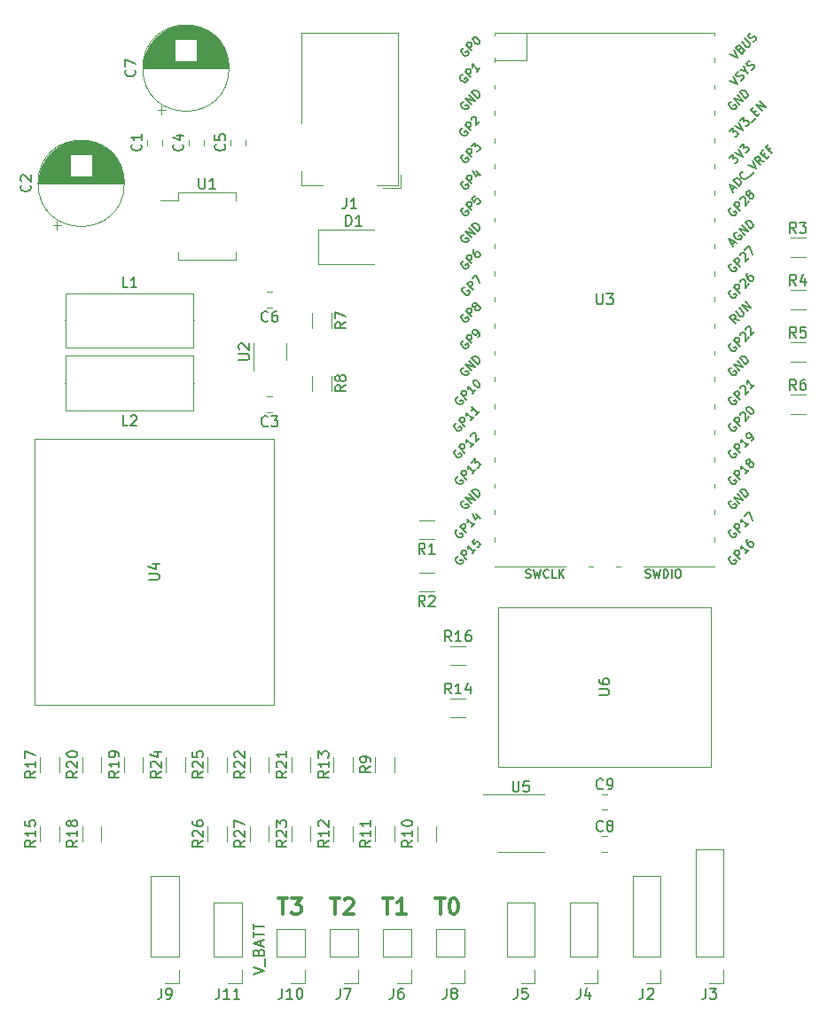
<source format=gbr>
%TF.GenerationSoftware,KiCad,Pcbnew,(6.0.5)*%
%TF.CreationDate,2022-08-14T01:36:17-04:00*%
%TF.ProjectId,RICM Greenpower Telemetry Module,5249434d-2047-4726-9565-6e706f776572,rev?*%
%TF.SameCoordinates,Original*%
%TF.FileFunction,Legend,Top*%
%TF.FilePolarity,Positive*%
%FSLAX46Y46*%
G04 Gerber Fmt 4.6, Leading zero omitted, Abs format (unit mm)*
G04 Created by KiCad (PCBNEW (6.0.5)) date 2022-08-14 01:36:17*
%MOMM*%
%LPD*%
G01*
G04 APERTURE LIST*
%ADD10C,0.300000*%
%ADD11C,0.150000*%
%ADD12C,0.120000*%
G04 APERTURE END LIST*
D10*
X51857142Y-96178571D02*
X52714285Y-96178571D01*
X52285714Y-97678571D02*
X52285714Y-96178571D01*
X53500000Y-96178571D02*
X53642857Y-96178571D01*
X53785714Y-96250000D01*
X53857142Y-96321428D01*
X53928571Y-96464285D01*
X54000000Y-96750000D01*
X54000000Y-97107142D01*
X53928571Y-97392857D01*
X53857142Y-97535714D01*
X53785714Y-97607142D01*
X53642857Y-97678571D01*
X53500000Y-97678571D01*
X53357142Y-97607142D01*
X53285714Y-97535714D01*
X53214285Y-97392857D01*
X53142857Y-97107142D01*
X53142857Y-96750000D01*
X53214285Y-96464285D01*
X53285714Y-96321428D01*
X53357142Y-96250000D01*
X53500000Y-96178571D01*
D11*
X34452380Y-103404761D02*
X35452380Y-103071428D01*
X34452380Y-102738095D01*
X35547619Y-102642857D02*
X35547619Y-101880952D01*
X34928571Y-101309523D02*
X34976190Y-101166666D01*
X35023809Y-101119047D01*
X35119047Y-101071428D01*
X35261904Y-101071428D01*
X35357142Y-101119047D01*
X35404761Y-101166666D01*
X35452380Y-101261904D01*
X35452380Y-101642857D01*
X34452380Y-101642857D01*
X34452380Y-101309523D01*
X34500000Y-101214285D01*
X34547619Y-101166666D01*
X34642857Y-101119047D01*
X34738095Y-101119047D01*
X34833333Y-101166666D01*
X34880952Y-101214285D01*
X34928571Y-101309523D01*
X34928571Y-101642857D01*
X35166666Y-100690476D02*
X35166666Y-100214285D01*
X35452380Y-100785714D02*
X34452380Y-100452380D01*
X35452380Y-100119047D01*
X34452380Y-99928571D02*
X34452380Y-99357142D01*
X35452380Y-99642857D02*
X34452380Y-99642857D01*
X34452380Y-99166666D02*
X34452380Y-98595238D01*
X35452380Y-98880952D02*
X34452380Y-98880952D01*
D10*
X36857142Y-96178571D02*
X37714285Y-96178571D01*
X37285714Y-97678571D02*
X37285714Y-96178571D01*
X38071428Y-96178571D02*
X39000000Y-96178571D01*
X38500000Y-96750000D01*
X38714285Y-96750000D01*
X38857142Y-96821428D01*
X38928571Y-96892857D01*
X39000000Y-97035714D01*
X39000000Y-97392857D01*
X38928571Y-97535714D01*
X38857142Y-97607142D01*
X38714285Y-97678571D01*
X38285714Y-97678571D01*
X38142857Y-97607142D01*
X38071428Y-97535714D01*
X46857142Y-96178571D02*
X47714285Y-96178571D01*
X47285714Y-97678571D02*
X47285714Y-96178571D01*
X49000000Y-97678571D02*
X48142857Y-97678571D01*
X48571428Y-97678571D02*
X48571428Y-96178571D01*
X48428571Y-96392857D01*
X48285714Y-96535714D01*
X48142857Y-96607142D01*
X41857142Y-96178571D02*
X42714285Y-96178571D01*
X42285714Y-97678571D02*
X42285714Y-96178571D01*
X43142857Y-96321428D02*
X43214285Y-96250000D01*
X43357142Y-96178571D01*
X43714285Y-96178571D01*
X43857142Y-96250000D01*
X43928571Y-96321428D01*
X44000000Y-96464285D01*
X44000000Y-96607142D01*
X43928571Y-96821428D01*
X43071428Y-97678571D01*
X44000000Y-97678571D01*
D11*
%TO.C,R6*%
X86295833Y-47632380D02*
X85962500Y-47156190D01*
X85724404Y-47632380D02*
X85724404Y-46632380D01*
X86105357Y-46632380D01*
X86200595Y-46680000D01*
X86248214Y-46727619D01*
X86295833Y-46822857D01*
X86295833Y-46965714D01*
X86248214Y-47060952D01*
X86200595Y-47108571D01*
X86105357Y-47156190D01*
X85724404Y-47156190D01*
X87152976Y-46632380D02*
X86962500Y-46632380D01*
X86867261Y-46680000D01*
X86819642Y-46727619D01*
X86724404Y-46870476D01*
X86676785Y-47060952D01*
X86676785Y-47441904D01*
X86724404Y-47537142D01*
X86772023Y-47584761D01*
X86867261Y-47632380D01*
X87057738Y-47632380D01*
X87152976Y-47584761D01*
X87200595Y-47537142D01*
X87248214Y-47441904D01*
X87248214Y-47203809D01*
X87200595Y-47108571D01*
X87152976Y-47060952D01*
X87057738Y-47013333D01*
X86867261Y-47013333D01*
X86772023Y-47060952D01*
X86724404Y-47108571D01*
X86676785Y-47203809D01*
%TO.C,R5*%
X86295833Y-42632380D02*
X85962500Y-42156190D01*
X85724404Y-42632380D02*
X85724404Y-41632380D01*
X86105357Y-41632380D01*
X86200595Y-41680000D01*
X86248214Y-41727619D01*
X86295833Y-41822857D01*
X86295833Y-41965714D01*
X86248214Y-42060952D01*
X86200595Y-42108571D01*
X86105357Y-42156190D01*
X85724404Y-42156190D01*
X87200595Y-41632380D02*
X86724404Y-41632380D01*
X86676785Y-42108571D01*
X86724404Y-42060952D01*
X86819642Y-42013333D01*
X87057738Y-42013333D01*
X87152976Y-42060952D01*
X87200595Y-42108571D01*
X87248214Y-42203809D01*
X87248214Y-42441904D01*
X87200595Y-42537142D01*
X87152976Y-42584761D01*
X87057738Y-42632380D01*
X86819642Y-42632380D01*
X86724404Y-42584761D01*
X86676785Y-42537142D01*
%TO.C,R4*%
X86295833Y-37632380D02*
X85962500Y-37156190D01*
X85724404Y-37632380D02*
X85724404Y-36632380D01*
X86105357Y-36632380D01*
X86200595Y-36680000D01*
X86248214Y-36727619D01*
X86295833Y-36822857D01*
X86295833Y-36965714D01*
X86248214Y-37060952D01*
X86200595Y-37108571D01*
X86105357Y-37156190D01*
X85724404Y-37156190D01*
X87152976Y-36965714D02*
X87152976Y-37632380D01*
X86914880Y-36584761D02*
X86676785Y-37299047D01*
X87295833Y-37299047D01*
%TO.C,R3*%
X86295833Y-32632380D02*
X85962500Y-32156190D01*
X85724404Y-32632380D02*
X85724404Y-31632380D01*
X86105357Y-31632380D01*
X86200595Y-31680000D01*
X86248214Y-31727619D01*
X86295833Y-31822857D01*
X86295833Y-31965714D01*
X86248214Y-32060952D01*
X86200595Y-32108571D01*
X86105357Y-32156190D01*
X85724404Y-32156190D01*
X86629166Y-31632380D02*
X87248214Y-31632380D01*
X86914880Y-32013333D01*
X87057738Y-32013333D01*
X87152976Y-32060952D01*
X87200595Y-32108571D01*
X87248214Y-32203809D01*
X87248214Y-32441904D01*
X87200595Y-32537142D01*
X87152976Y-32584761D01*
X87057738Y-32632380D01*
X86772023Y-32632380D01*
X86676785Y-32584761D01*
X86629166Y-32537142D01*
%TO.C,R2*%
X50833333Y-68272380D02*
X50500000Y-67796190D01*
X50261904Y-68272380D02*
X50261904Y-67272380D01*
X50642857Y-67272380D01*
X50738095Y-67320000D01*
X50785714Y-67367619D01*
X50833333Y-67462857D01*
X50833333Y-67605714D01*
X50785714Y-67700952D01*
X50738095Y-67748571D01*
X50642857Y-67796190D01*
X50261904Y-67796190D01*
X51214285Y-67367619D02*
X51261904Y-67320000D01*
X51357142Y-67272380D01*
X51595238Y-67272380D01*
X51690476Y-67320000D01*
X51738095Y-67367619D01*
X51785714Y-67462857D01*
X51785714Y-67558095D01*
X51738095Y-67700952D01*
X51166666Y-68272380D01*
X51785714Y-68272380D01*
%TO.C,R1*%
X50833333Y-63272380D02*
X50500000Y-62796190D01*
X50261904Y-63272380D02*
X50261904Y-62272380D01*
X50642857Y-62272380D01*
X50738095Y-62320000D01*
X50785714Y-62367619D01*
X50833333Y-62462857D01*
X50833333Y-62605714D01*
X50785714Y-62700952D01*
X50738095Y-62748571D01*
X50642857Y-62796190D01*
X50261904Y-62796190D01*
X51785714Y-63272380D02*
X51214285Y-63272380D01*
X51500000Y-63272380D02*
X51500000Y-62272380D01*
X51404761Y-62415238D01*
X51309523Y-62510476D01*
X51214285Y-62558095D01*
%TO.C,R19*%
X21632380Y-84042857D02*
X21156190Y-84376190D01*
X21632380Y-84614285D02*
X20632380Y-84614285D01*
X20632380Y-84233333D01*
X20680000Y-84138095D01*
X20727619Y-84090476D01*
X20822857Y-84042857D01*
X20965714Y-84042857D01*
X21060952Y-84090476D01*
X21108571Y-84138095D01*
X21156190Y-84233333D01*
X21156190Y-84614285D01*
X21632380Y-83090476D02*
X21632380Y-83661904D01*
X21632380Y-83376190D02*
X20632380Y-83376190D01*
X20775238Y-83471428D01*
X20870476Y-83566666D01*
X20918095Y-83661904D01*
X21632380Y-82614285D02*
X21632380Y-82423809D01*
X21584761Y-82328571D01*
X21537142Y-82280952D01*
X21394285Y-82185714D01*
X21203809Y-82138095D01*
X20822857Y-82138095D01*
X20727619Y-82185714D01*
X20680000Y-82233333D01*
X20632380Y-82328571D01*
X20632380Y-82519047D01*
X20680000Y-82614285D01*
X20727619Y-82661904D01*
X20822857Y-82709523D01*
X21060952Y-82709523D01*
X21156190Y-82661904D01*
X21203809Y-82614285D01*
X21251428Y-82519047D01*
X21251428Y-82328571D01*
X21203809Y-82233333D01*
X21156190Y-82185714D01*
X21060952Y-82138095D01*
%TO.C,R20*%
X17632380Y-84042857D02*
X17156190Y-84376190D01*
X17632380Y-84614285D02*
X16632380Y-84614285D01*
X16632380Y-84233333D01*
X16680000Y-84138095D01*
X16727619Y-84090476D01*
X16822857Y-84042857D01*
X16965714Y-84042857D01*
X17060952Y-84090476D01*
X17108571Y-84138095D01*
X17156190Y-84233333D01*
X17156190Y-84614285D01*
X16727619Y-83661904D02*
X16680000Y-83614285D01*
X16632380Y-83519047D01*
X16632380Y-83280952D01*
X16680000Y-83185714D01*
X16727619Y-83138095D01*
X16822857Y-83090476D01*
X16918095Y-83090476D01*
X17060952Y-83138095D01*
X17632380Y-83709523D01*
X17632380Y-83090476D01*
X16632380Y-82471428D02*
X16632380Y-82376190D01*
X16680000Y-82280952D01*
X16727619Y-82233333D01*
X16822857Y-82185714D01*
X17013333Y-82138095D01*
X17251428Y-82138095D01*
X17441904Y-82185714D01*
X17537142Y-82233333D01*
X17584761Y-82280952D01*
X17632380Y-82376190D01*
X17632380Y-82471428D01*
X17584761Y-82566666D01*
X17537142Y-82614285D01*
X17441904Y-82661904D01*
X17251428Y-82709523D01*
X17013333Y-82709523D01*
X16822857Y-82661904D01*
X16727619Y-82614285D01*
X16680000Y-82566666D01*
X16632380Y-82471428D01*
%TO.C,U5*%
X59238095Y-85002380D02*
X59238095Y-85811904D01*
X59285714Y-85907142D01*
X59333333Y-85954761D01*
X59428571Y-86002380D01*
X59619047Y-86002380D01*
X59714285Y-85954761D01*
X59761904Y-85907142D01*
X59809523Y-85811904D01*
X59809523Y-85002380D01*
X60761904Y-85002380D02*
X60285714Y-85002380D01*
X60238095Y-85478571D01*
X60285714Y-85430952D01*
X60380952Y-85383333D01*
X60619047Y-85383333D01*
X60714285Y-85430952D01*
X60761904Y-85478571D01*
X60809523Y-85573809D01*
X60809523Y-85811904D01*
X60761904Y-85907142D01*
X60714285Y-85954761D01*
X60619047Y-86002380D01*
X60380952Y-86002380D01*
X60285714Y-85954761D01*
X60238095Y-85907142D01*
%TO.C,C1*%
X23677142Y-24166666D02*
X23724761Y-24214285D01*
X23772380Y-24357142D01*
X23772380Y-24452380D01*
X23724761Y-24595238D01*
X23629523Y-24690476D01*
X23534285Y-24738095D01*
X23343809Y-24785714D01*
X23200952Y-24785714D01*
X23010476Y-24738095D01*
X22915238Y-24690476D01*
X22820000Y-24595238D01*
X22772380Y-24452380D01*
X22772380Y-24357142D01*
X22820000Y-24214285D01*
X22867619Y-24166666D01*
X23772380Y-23214285D02*
X23772380Y-23785714D01*
X23772380Y-23500000D02*
X22772380Y-23500000D01*
X22915238Y-23595238D01*
X23010476Y-23690476D01*
X23058095Y-23785714D01*
%TO.C,R13*%
X41632380Y-84042857D02*
X41156190Y-84376190D01*
X41632380Y-84614285D02*
X40632380Y-84614285D01*
X40632380Y-84233333D01*
X40680000Y-84138095D01*
X40727619Y-84090476D01*
X40822857Y-84042857D01*
X40965714Y-84042857D01*
X41060952Y-84090476D01*
X41108571Y-84138095D01*
X41156190Y-84233333D01*
X41156190Y-84614285D01*
X41632380Y-83090476D02*
X41632380Y-83661904D01*
X41632380Y-83376190D02*
X40632380Y-83376190D01*
X40775238Y-83471428D01*
X40870476Y-83566666D01*
X40918095Y-83661904D01*
X40632380Y-82757142D02*
X40632380Y-82138095D01*
X41013333Y-82471428D01*
X41013333Y-82328571D01*
X41060952Y-82233333D01*
X41108571Y-82185714D01*
X41203809Y-82138095D01*
X41441904Y-82138095D01*
X41537142Y-82185714D01*
X41584761Y-82233333D01*
X41632380Y-82328571D01*
X41632380Y-82614285D01*
X41584761Y-82709523D01*
X41537142Y-82757142D01*
%TO.C,R9*%
X45632380Y-83566666D02*
X45156190Y-83900000D01*
X45632380Y-84138095D02*
X44632380Y-84138095D01*
X44632380Y-83757142D01*
X44680000Y-83661904D01*
X44727619Y-83614285D01*
X44822857Y-83566666D01*
X44965714Y-83566666D01*
X45060952Y-83614285D01*
X45108571Y-83661904D01*
X45156190Y-83757142D01*
X45156190Y-84138095D01*
X45632380Y-83090476D02*
X45632380Y-82900000D01*
X45584761Y-82804761D01*
X45537142Y-82757142D01*
X45394285Y-82661904D01*
X45203809Y-82614285D01*
X44822857Y-82614285D01*
X44727619Y-82661904D01*
X44680000Y-82709523D01*
X44632380Y-82804761D01*
X44632380Y-82995238D01*
X44680000Y-83090476D01*
X44727619Y-83138095D01*
X44822857Y-83185714D01*
X45060952Y-83185714D01*
X45156190Y-83138095D01*
X45203809Y-83090476D01*
X45251428Y-82995238D01*
X45251428Y-82804761D01*
X45203809Y-82709523D01*
X45156190Y-82661904D01*
X45060952Y-82614285D01*
%TO.C,R18*%
X17632380Y-90642857D02*
X17156190Y-90976190D01*
X17632380Y-91214285D02*
X16632380Y-91214285D01*
X16632380Y-90833333D01*
X16680000Y-90738095D01*
X16727619Y-90690476D01*
X16822857Y-90642857D01*
X16965714Y-90642857D01*
X17060952Y-90690476D01*
X17108571Y-90738095D01*
X17156190Y-90833333D01*
X17156190Y-91214285D01*
X17632380Y-89690476D02*
X17632380Y-90261904D01*
X17632380Y-89976190D02*
X16632380Y-89976190D01*
X16775238Y-90071428D01*
X16870476Y-90166666D01*
X16918095Y-90261904D01*
X17060952Y-89119047D02*
X17013333Y-89214285D01*
X16965714Y-89261904D01*
X16870476Y-89309523D01*
X16822857Y-89309523D01*
X16727619Y-89261904D01*
X16680000Y-89214285D01*
X16632380Y-89119047D01*
X16632380Y-88928571D01*
X16680000Y-88833333D01*
X16727619Y-88785714D01*
X16822857Y-88738095D01*
X16870476Y-88738095D01*
X16965714Y-88785714D01*
X17013333Y-88833333D01*
X17060952Y-88928571D01*
X17060952Y-89119047D01*
X17108571Y-89214285D01*
X17156190Y-89261904D01*
X17251428Y-89309523D01*
X17441904Y-89309523D01*
X17537142Y-89261904D01*
X17584761Y-89214285D01*
X17632380Y-89119047D01*
X17632380Y-88928571D01*
X17584761Y-88833333D01*
X17537142Y-88785714D01*
X17441904Y-88738095D01*
X17251428Y-88738095D01*
X17156190Y-88785714D01*
X17108571Y-88833333D01*
X17060952Y-88928571D01*
%TO.C,J10*%
X37190476Y-104782380D02*
X37190476Y-105496666D01*
X37142857Y-105639523D01*
X37047619Y-105734761D01*
X36904761Y-105782380D01*
X36809523Y-105782380D01*
X38190476Y-105782380D02*
X37619047Y-105782380D01*
X37904761Y-105782380D02*
X37904761Y-104782380D01*
X37809523Y-104925238D01*
X37714285Y-105020476D01*
X37619047Y-105068095D01*
X38809523Y-104782380D02*
X38904761Y-104782380D01*
X39000000Y-104830000D01*
X39047619Y-104877619D01*
X39095238Y-104972857D01*
X39142857Y-105163333D01*
X39142857Y-105401428D01*
X39095238Y-105591904D01*
X39047619Y-105687142D01*
X39000000Y-105734761D01*
X38904761Y-105782380D01*
X38809523Y-105782380D01*
X38714285Y-105734761D01*
X38666666Y-105687142D01*
X38619047Y-105591904D01*
X38571428Y-105401428D01*
X38571428Y-105163333D01*
X38619047Y-104972857D01*
X38666666Y-104877619D01*
X38714285Y-104830000D01*
X38809523Y-104782380D01*
%TO.C,J5*%
X59666666Y-104782380D02*
X59666666Y-105496666D01*
X59619047Y-105639523D01*
X59523809Y-105734761D01*
X59380952Y-105782380D01*
X59285714Y-105782380D01*
X60619047Y-104782380D02*
X60142857Y-104782380D01*
X60095238Y-105258571D01*
X60142857Y-105210952D01*
X60238095Y-105163333D01*
X60476190Y-105163333D01*
X60571428Y-105210952D01*
X60619047Y-105258571D01*
X60666666Y-105353809D01*
X60666666Y-105591904D01*
X60619047Y-105687142D01*
X60571428Y-105734761D01*
X60476190Y-105782380D01*
X60238095Y-105782380D01*
X60142857Y-105734761D01*
X60095238Y-105687142D01*
%TO.C,U3*%
X67238095Y-38452380D02*
X67238095Y-39261904D01*
X67285714Y-39357142D01*
X67333333Y-39404761D01*
X67428571Y-39452380D01*
X67619047Y-39452380D01*
X67714285Y-39404761D01*
X67761904Y-39357142D01*
X67809523Y-39261904D01*
X67809523Y-38452380D01*
X68190476Y-38452380D02*
X68809523Y-38452380D01*
X68476190Y-38833333D01*
X68619047Y-38833333D01*
X68714285Y-38880952D01*
X68761904Y-38928571D01*
X68809523Y-39023809D01*
X68809523Y-39261904D01*
X68761904Y-39357142D01*
X68714285Y-39404761D01*
X68619047Y-39452380D01*
X68333333Y-39452380D01*
X68238095Y-39404761D01*
X68190476Y-39357142D01*
X79922131Y-22958308D02*
X80272317Y-22608122D01*
X80299255Y-23012183D01*
X80380067Y-22931370D01*
X80460879Y-22904433D01*
X80514754Y-22904433D01*
X80595566Y-22931370D01*
X80730253Y-23066057D01*
X80757190Y-23146870D01*
X80757190Y-23200744D01*
X80730253Y-23281557D01*
X80568629Y-23443181D01*
X80487816Y-23470118D01*
X80433942Y-23470118D01*
X80433942Y-22446497D02*
X81188189Y-22823621D01*
X80811065Y-22069374D01*
X80945752Y-21934687D02*
X81295938Y-21584500D01*
X81322876Y-21988561D01*
X81403688Y-21907749D01*
X81484500Y-21880812D01*
X81538375Y-21880812D01*
X81619187Y-21907749D01*
X81753874Y-22042436D01*
X81780812Y-22123248D01*
X81780812Y-22177123D01*
X81753874Y-22257935D01*
X81592250Y-22419560D01*
X81511438Y-22446497D01*
X81457563Y-22446497D01*
X82023248Y-22096311D02*
X82454247Y-21665312D01*
X82238748Y-21180439D02*
X82427309Y-20991877D01*
X82804433Y-21207377D02*
X82535059Y-21476751D01*
X81969374Y-20911065D01*
X82238748Y-20641691D01*
X83046870Y-20964940D02*
X82481184Y-20399255D01*
X83370118Y-20641691D01*
X82804433Y-20076006D01*
X79953129Y-15527309D02*
X80707377Y-15904433D01*
X80330253Y-15150186D01*
X80976751Y-15042436D02*
X81084500Y-14988561D01*
X81138375Y-14988561D01*
X81219187Y-15015499D01*
X81299999Y-15096311D01*
X81326937Y-15177123D01*
X81326937Y-15230998D01*
X81300000Y-15311810D01*
X81084500Y-15527309D01*
X80518815Y-14961624D01*
X80707377Y-14773062D01*
X80788189Y-14746125D01*
X80842064Y-14746125D01*
X80922876Y-14773062D01*
X80976751Y-14826937D01*
X81003688Y-14907749D01*
X81003688Y-14961624D01*
X80976751Y-15042436D01*
X80788189Y-15230998D01*
X81084500Y-14395938D02*
X81542436Y-14853874D01*
X81623248Y-14880812D01*
X81677123Y-14880812D01*
X81757935Y-14853874D01*
X81865685Y-14746125D01*
X81892622Y-14665312D01*
X81892622Y-14611438D01*
X81865685Y-14530625D01*
X81407749Y-14072690D01*
X82188934Y-14369001D02*
X82296683Y-14315126D01*
X82431370Y-14180439D01*
X82458308Y-14099627D01*
X82458308Y-14045752D01*
X82431370Y-13964940D01*
X82377496Y-13911065D01*
X82296683Y-13884128D01*
X82242809Y-13884128D01*
X82161996Y-13911065D01*
X82027309Y-13991877D01*
X81946497Y-14018815D01*
X81892622Y-14018815D01*
X81811810Y-13991877D01*
X81757935Y-13938003D01*
X81730998Y-13857190D01*
X81730998Y-13803316D01*
X81757935Y-13722503D01*
X81892622Y-13587816D01*
X82000372Y-13533942D01*
X54486158Y-32798155D02*
X54405346Y-32825093D01*
X54324534Y-32905905D01*
X54270659Y-33013654D01*
X54270659Y-33121404D01*
X54297597Y-33202216D01*
X54378409Y-33336903D01*
X54459221Y-33417715D01*
X54593908Y-33498528D01*
X54674720Y-33525465D01*
X54782470Y-33525465D01*
X54890219Y-33471590D01*
X54944094Y-33417715D01*
X54997969Y-33309966D01*
X54997969Y-33256091D01*
X54809407Y-33067529D01*
X54701658Y-33175279D01*
X55294280Y-33067529D02*
X54728595Y-32501844D01*
X55617529Y-32744280D01*
X55051844Y-32178595D01*
X55886903Y-32474906D02*
X55321218Y-31909221D01*
X55455905Y-31774534D01*
X55563654Y-31720659D01*
X55671404Y-31720659D01*
X55752216Y-31747597D01*
X55886903Y-31828409D01*
X55967715Y-31909221D01*
X56048528Y-32043908D01*
X56075465Y-32124720D01*
X56075465Y-32232470D01*
X56021590Y-32340219D01*
X55886903Y-32474906D01*
X80097722Y-63520592D02*
X80016910Y-63547529D01*
X79936097Y-63628341D01*
X79882223Y-63736091D01*
X79882223Y-63843841D01*
X79909160Y-63924653D01*
X79989972Y-64059340D01*
X80070784Y-64140152D01*
X80205471Y-64220964D01*
X80286284Y-64247902D01*
X80394033Y-64247902D01*
X80501783Y-64194027D01*
X80555658Y-64140152D01*
X80609532Y-64032402D01*
X80609532Y-63978528D01*
X80420971Y-63789966D01*
X80313221Y-63897715D01*
X80905844Y-63789966D02*
X80340158Y-63224280D01*
X80555658Y-63008781D01*
X80636470Y-62981844D01*
X80690345Y-62981844D01*
X80771157Y-63008781D01*
X80851969Y-63089593D01*
X80878906Y-63170406D01*
X80878906Y-63224280D01*
X80851969Y-63305093D01*
X80636470Y-63520592D01*
X81767841Y-62927969D02*
X81444592Y-63251218D01*
X81606216Y-63089593D02*
X81040531Y-62523908D01*
X81067468Y-62658595D01*
X81067468Y-62766345D01*
X81040531Y-62847157D01*
X81687028Y-61877410D02*
X81579279Y-61985160D01*
X81552341Y-62065972D01*
X81552341Y-62119847D01*
X81579279Y-62254534D01*
X81660091Y-62389221D01*
X81875590Y-62604720D01*
X81956402Y-62631658D01*
X82010277Y-62631658D01*
X82091089Y-62604720D01*
X82198839Y-62496971D01*
X82225776Y-62416158D01*
X82225776Y-62362284D01*
X82198839Y-62281471D01*
X82064152Y-62146784D01*
X81983340Y-62119847D01*
X81929465Y-62119847D01*
X81848653Y-62146784D01*
X81740903Y-62254534D01*
X81713966Y-62335346D01*
X81713966Y-62389221D01*
X81740903Y-62470033D01*
X54513096Y-14991218D02*
X54432284Y-15018155D01*
X54351471Y-15098967D01*
X54297597Y-15206717D01*
X54297597Y-15314467D01*
X54324534Y-15395279D01*
X54405346Y-15529966D01*
X54486158Y-15610778D01*
X54620845Y-15691590D01*
X54701658Y-15718528D01*
X54809407Y-15718528D01*
X54917157Y-15664653D01*
X54971032Y-15610778D01*
X55024906Y-15503028D01*
X55024906Y-15449154D01*
X54836345Y-15260592D01*
X54728595Y-15368341D01*
X55321218Y-15260592D02*
X54755532Y-14694906D01*
X54971032Y-14479407D01*
X55051844Y-14452470D01*
X55105719Y-14452470D01*
X55186531Y-14479407D01*
X55267343Y-14560219D01*
X55294280Y-14641032D01*
X55294280Y-14694906D01*
X55267343Y-14775719D01*
X55051844Y-14991218D01*
X55428967Y-14021471D02*
X55482842Y-13967597D01*
X55563654Y-13940659D01*
X55617529Y-13940659D01*
X55698341Y-13967597D01*
X55833028Y-14048409D01*
X55967715Y-14183096D01*
X56048528Y-14317783D01*
X56075465Y-14398595D01*
X56075465Y-14452470D01*
X56048528Y-14533282D01*
X55994653Y-14587157D01*
X55913841Y-14614094D01*
X55859966Y-14614094D01*
X55779154Y-14587157D01*
X55644467Y-14506345D01*
X55509780Y-14371658D01*
X55428967Y-14236971D01*
X55402030Y-14156158D01*
X55402030Y-14102284D01*
X55428967Y-14021471D01*
X54513096Y-30231218D02*
X54432284Y-30258155D01*
X54351471Y-30338967D01*
X54297597Y-30446717D01*
X54297597Y-30554467D01*
X54324534Y-30635279D01*
X54405346Y-30769966D01*
X54486158Y-30850778D01*
X54620845Y-30931590D01*
X54701658Y-30958528D01*
X54809407Y-30958528D01*
X54917157Y-30904653D01*
X54971032Y-30850778D01*
X55024906Y-30743028D01*
X55024906Y-30689154D01*
X54836345Y-30500592D01*
X54728595Y-30608341D01*
X55321218Y-30500592D02*
X54755532Y-29934906D01*
X54971032Y-29719407D01*
X55051844Y-29692470D01*
X55105719Y-29692470D01*
X55186531Y-29719407D01*
X55267343Y-29800219D01*
X55294280Y-29881032D01*
X55294280Y-29934906D01*
X55267343Y-30015719D01*
X55051844Y-30231218D01*
X55590592Y-29099847D02*
X55321218Y-29369221D01*
X55563654Y-29665532D01*
X55563654Y-29611658D01*
X55590592Y-29530845D01*
X55725279Y-29396158D01*
X55806091Y-29369221D01*
X55859966Y-29369221D01*
X55940778Y-29396158D01*
X56075465Y-29530845D01*
X56102402Y-29611658D01*
X56102402Y-29665532D01*
X56075465Y-29746345D01*
X55940778Y-29881032D01*
X55859966Y-29907969D01*
X55806091Y-29907969D01*
X80097722Y-60980592D02*
X80016910Y-61007529D01*
X79936097Y-61088341D01*
X79882223Y-61196091D01*
X79882223Y-61303841D01*
X79909160Y-61384653D01*
X79989972Y-61519340D01*
X80070784Y-61600152D01*
X80205471Y-61680964D01*
X80286284Y-61707902D01*
X80394033Y-61707902D01*
X80501783Y-61654027D01*
X80555658Y-61600152D01*
X80609532Y-61492402D01*
X80609532Y-61438528D01*
X80420971Y-61249966D01*
X80313221Y-61357715D01*
X80905844Y-61249966D02*
X80340158Y-60684280D01*
X80555658Y-60468781D01*
X80636470Y-60441844D01*
X80690345Y-60441844D01*
X80771157Y-60468781D01*
X80851969Y-60549593D01*
X80878906Y-60630406D01*
X80878906Y-60684280D01*
X80851969Y-60765093D01*
X80636470Y-60980592D01*
X81767841Y-60387969D02*
X81444592Y-60711218D01*
X81606216Y-60549593D02*
X81040531Y-59983908D01*
X81067468Y-60118595D01*
X81067468Y-60226345D01*
X81040531Y-60307157D01*
X81390717Y-59633722D02*
X81767841Y-59256598D01*
X82091089Y-60064720D01*
X80097722Y-53360592D02*
X80016910Y-53387529D01*
X79936097Y-53468341D01*
X79882223Y-53576091D01*
X79882223Y-53683841D01*
X79909160Y-53764653D01*
X79989972Y-53899340D01*
X80070784Y-53980152D01*
X80205471Y-54060964D01*
X80286284Y-54087902D01*
X80394033Y-54087902D01*
X80501783Y-54034027D01*
X80555658Y-53980152D01*
X80609532Y-53872402D01*
X80609532Y-53818528D01*
X80420971Y-53629966D01*
X80313221Y-53737715D01*
X80905844Y-53629966D02*
X80340158Y-53064280D01*
X80555658Y-52848781D01*
X80636470Y-52821844D01*
X80690345Y-52821844D01*
X80771157Y-52848781D01*
X80851969Y-52929593D01*
X80878906Y-53010406D01*
X80878906Y-53064280D01*
X80851969Y-53145093D01*
X80636470Y-53360592D01*
X81767841Y-52767969D02*
X81444592Y-53091218D01*
X81606216Y-52929593D02*
X81040531Y-52363908D01*
X81067468Y-52498595D01*
X81067468Y-52606345D01*
X81040531Y-52687157D01*
X82037215Y-52498595D02*
X82144964Y-52390845D01*
X82171902Y-52310033D01*
X82171902Y-52256158D01*
X82144964Y-52121471D01*
X82064152Y-51986784D01*
X81848653Y-51771285D01*
X81767841Y-51744348D01*
X81713966Y-51744348D01*
X81633154Y-51771285D01*
X81525404Y-51879035D01*
X81498467Y-51959847D01*
X81498467Y-52013722D01*
X81525404Y-52094534D01*
X81660091Y-52229221D01*
X81740903Y-52256158D01*
X81794778Y-52256158D01*
X81875590Y-52229221D01*
X81983340Y-52121471D01*
X82010277Y-52040659D01*
X82010277Y-51986784D01*
X81983340Y-51905972D01*
X80097722Y-50820592D02*
X80016910Y-50847529D01*
X79936097Y-50928341D01*
X79882223Y-51036091D01*
X79882223Y-51143841D01*
X79909160Y-51224653D01*
X79989972Y-51359340D01*
X80070784Y-51440152D01*
X80205471Y-51520964D01*
X80286284Y-51547902D01*
X80394033Y-51547902D01*
X80501783Y-51494027D01*
X80555658Y-51440152D01*
X80609532Y-51332402D01*
X80609532Y-51278528D01*
X80420971Y-51089966D01*
X80313221Y-51197715D01*
X80905844Y-51089966D02*
X80340158Y-50524280D01*
X80555658Y-50308781D01*
X80636470Y-50281844D01*
X80690345Y-50281844D01*
X80771157Y-50308781D01*
X80851969Y-50389593D01*
X80878906Y-50470406D01*
X80878906Y-50524280D01*
X80851969Y-50605093D01*
X80636470Y-50820592D01*
X80932781Y-50039407D02*
X80932781Y-49985532D01*
X80959719Y-49904720D01*
X81094406Y-49770033D01*
X81175218Y-49743096D01*
X81229093Y-49743096D01*
X81309905Y-49770033D01*
X81363780Y-49823908D01*
X81417654Y-49931658D01*
X81417654Y-50578155D01*
X81767841Y-50227969D01*
X81552341Y-49312097D02*
X81606216Y-49258223D01*
X81687028Y-49231285D01*
X81740903Y-49231285D01*
X81821715Y-49258223D01*
X81956402Y-49339035D01*
X82091089Y-49473722D01*
X82171902Y-49608409D01*
X82198839Y-49689221D01*
X82198839Y-49743096D01*
X82171902Y-49823908D01*
X82118027Y-49877783D01*
X82037215Y-49904720D01*
X81983340Y-49904720D01*
X81902528Y-49877783D01*
X81767841Y-49796971D01*
X81633154Y-49662284D01*
X81552341Y-49527597D01*
X81525404Y-49446784D01*
X81525404Y-49392910D01*
X81552341Y-49312097D01*
X79889847Y-25490592D02*
X80240033Y-25140406D01*
X80266971Y-25544467D01*
X80347783Y-25463654D01*
X80428595Y-25436717D01*
X80482470Y-25436717D01*
X80563282Y-25463654D01*
X80697969Y-25598341D01*
X80724906Y-25679154D01*
X80724906Y-25733028D01*
X80697969Y-25813841D01*
X80536345Y-25975465D01*
X80455532Y-26002402D01*
X80401658Y-26002402D01*
X80401658Y-24978781D02*
X81155905Y-25355905D01*
X80778781Y-24601658D01*
X80913468Y-24466971D02*
X81263654Y-24116784D01*
X81290592Y-24520845D01*
X81371404Y-24440033D01*
X81452216Y-24413096D01*
X81506091Y-24413096D01*
X81586903Y-24440033D01*
X81721590Y-24574720D01*
X81748528Y-24655532D01*
X81748528Y-24709407D01*
X81721590Y-24790219D01*
X81559966Y-24951844D01*
X81479154Y-24978781D01*
X81425279Y-24978781D01*
X54513096Y-42931218D02*
X54432284Y-42958155D01*
X54351471Y-43038967D01*
X54297597Y-43146717D01*
X54297597Y-43254467D01*
X54324534Y-43335279D01*
X54405346Y-43469966D01*
X54486158Y-43550778D01*
X54620845Y-43631590D01*
X54701658Y-43658528D01*
X54809407Y-43658528D01*
X54917157Y-43604653D01*
X54971032Y-43550778D01*
X55024906Y-43443028D01*
X55024906Y-43389154D01*
X54836345Y-43200592D01*
X54728595Y-43308341D01*
X55321218Y-43200592D02*
X54755532Y-42634906D01*
X54971032Y-42419407D01*
X55051844Y-42392470D01*
X55105719Y-42392470D01*
X55186531Y-42419407D01*
X55267343Y-42500219D01*
X55294280Y-42581032D01*
X55294280Y-42634906D01*
X55267343Y-42715719D01*
X55051844Y-42931218D01*
X55913841Y-42607969D02*
X56021590Y-42500219D01*
X56048528Y-42419407D01*
X56048528Y-42365532D01*
X56021590Y-42230845D01*
X55940778Y-42096158D01*
X55725279Y-41880659D01*
X55644467Y-41853722D01*
X55590592Y-41853722D01*
X55509780Y-41880659D01*
X55402030Y-41988409D01*
X55375093Y-42069221D01*
X55375093Y-42123096D01*
X55402030Y-42203908D01*
X55536717Y-42338595D01*
X55617529Y-42365532D01*
X55671404Y-42365532D01*
X55752216Y-42338595D01*
X55859966Y-42230845D01*
X55886903Y-42150033D01*
X55886903Y-42096158D01*
X55859966Y-42015346D01*
X80097722Y-35590592D02*
X80016910Y-35617529D01*
X79936097Y-35698341D01*
X79882223Y-35806091D01*
X79882223Y-35913841D01*
X79909160Y-35994653D01*
X79989972Y-36129340D01*
X80070784Y-36210152D01*
X80205471Y-36290964D01*
X80286284Y-36317902D01*
X80394033Y-36317902D01*
X80501783Y-36264027D01*
X80555658Y-36210152D01*
X80609532Y-36102402D01*
X80609532Y-36048528D01*
X80420971Y-35859966D01*
X80313221Y-35967715D01*
X80905844Y-35859966D02*
X80340158Y-35294280D01*
X80555658Y-35078781D01*
X80636470Y-35051844D01*
X80690345Y-35051844D01*
X80771157Y-35078781D01*
X80851969Y-35159593D01*
X80878906Y-35240406D01*
X80878906Y-35294280D01*
X80851969Y-35375093D01*
X80636470Y-35590592D01*
X80932781Y-34809407D02*
X80932781Y-34755532D01*
X80959719Y-34674720D01*
X81094406Y-34540033D01*
X81175218Y-34513096D01*
X81229093Y-34513096D01*
X81309905Y-34540033D01*
X81363780Y-34593908D01*
X81417654Y-34701658D01*
X81417654Y-35348155D01*
X81767841Y-34997969D01*
X81390717Y-34243722D02*
X81767841Y-33866598D01*
X82091089Y-34674720D01*
X54413096Y-17521218D02*
X54332284Y-17548155D01*
X54251471Y-17628967D01*
X54197597Y-17736717D01*
X54197597Y-17844467D01*
X54224534Y-17925279D01*
X54305346Y-18059966D01*
X54386158Y-18140778D01*
X54520845Y-18221590D01*
X54601658Y-18248528D01*
X54709407Y-18248528D01*
X54817157Y-18194653D01*
X54871032Y-18140778D01*
X54924906Y-18033028D01*
X54924906Y-17979154D01*
X54736345Y-17790592D01*
X54628595Y-17898341D01*
X55221218Y-17790592D02*
X54655532Y-17224906D01*
X54871032Y-17009407D01*
X54951844Y-16982470D01*
X55005719Y-16982470D01*
X55086531Y-17009407D01*
X55167343Y-17090219D01*
X55194280Y-17171032D01*
X55194280Y-17224906D01*
X55167343Y-17305719D01*
X54951844Y-17521218D01*
X56083215Y-16928595D02*
X55759966Y-17251844D01*
X55921590Y-17090219D02*
X55355905Y-16524534D01*
X55382842Y-16659221D01*
X55382842Y-16766971D01*
X55355905Y-16847783D01*
X80097722Y-38120592D02*
X80016910Y-38147529D01*
X79936097Y-38228341D01*
X79882223Y-38336091D01*
X79882223Y-38443841D01*
X79909160Y-38524653D01*
X79989972Y-38659340D01*
X80070784Y-38740152D01*
X80205471Y-38820964D01*
X80286284Y-38847902D01*
X80394033Y-38847902D01*
X80501783Y-38794027D01*
X80555658Y-38740152D01*
X80609532Y-38632402D01*
X80609532Y-38578528D01*
X80420971Y-38389966D01*
X80313221Y-38497715D01*
X80905844Y-38389966D02*
X80340158Y-37824280D01*
X80555658Y-37608781D01*
X80636470Y-37581844D01*
X80690345Y-37581844D01*
X80771157Y-37608781D01*
X80851969Y-37689593D01*
X80878906Y-37770406D01*
X80878906Y-37824280D01*
X80851969Y-37905093D01*
X80636470Y-38120592D01*
X80932781Y-37339407D02*
X80932781Y-37285532D01*
X80959719Y-37204720D01*
X81094406Y-37070033D01*
X81175218Y-37043096D01*
X81229093Y-37043096D01*
X81309905Y-37070033D01*
X81363780Y-37123908D01*
X81417654Y-37231658D01*
X81417654Y-37878155D01*
X81767841Y-37527969D01*
X81687028Y-36477410D02*
X81579279Y-36585160D01*
X81552341Y-36665972D01*
X81552341Y-36719847D01*
X81579279Y-36854534D01*
X81660091Y-36989221D01*
X81875590Y-37204720D01*
X81956402Y-37231658D01*
X82010277Y-37231658D01*
X82091089Y-37204720D01*
X82198839Y-37096971D01*
X82225776Y-37016158D01*
X82225776Y-36962284D01*
X82198839Y-36881471D01*
X82064152Y-36746784D01*
X81983340Y-36719847D01*
X81929465Y-36719847D01*
X81848653Y-36746784D01*
X81740903Y-36854534D01*
X81713966Y-36935346D01*
X81713966Y-36989221D01*
X81740903Y-37070033D01*
X80838375Y-40943435D02*
X80380439Y-40862622D01*
X80515126Y-41266683D02*
X79949441Y-40700998D01*
X80164940Y-40485499D01*
X80245752Y-40458561D01*
X80299627Y-40458561D01*
X80380439Y-40485499D01*
X80461251Y-40566311D01*
X80488189Y-40647123D01*
X80488189Y-40700998D01*
X80461251Y-40781810D01*
X80245752Y-40997309D01*
X80515126Y-40135312D02*
X80973062Y-40593248D01*
X81053874Y-40620186D01*
X81107749Y-40620186D01*
X81188561Y-40593248D01*
X81296311Y-40485499D01*
X81323248Y-40404687D01*
X81323248Y-40350812D01*
X81296311Y-40270000D01*
X80838375Y-39812064D01*
X81673435Y-40108375D02*
X81107749Y-39542690D01*
X81996683Y-39785126D01*
X81430998Y-39219441D01*
X71904761Y-65523809D02*
X72019047Y-65561904D01*
X72209523Y-65561904D01*
X72285714Y-65523809D01*
X72323809Y-65485714D01*
X72361904Y-65409523D01*
X72361904Y-65333333D01*
X72323809Y-65257142D01*
X72285714Y-65219047D01*
X72209523Y-65180952D01*
X72057142Y-65142857D01*
X71980952Y-65104761D01*
X71942857Y-65066666D01*
X71904761Y-64990476D01*
X71904761Y-64914285D01*
X71942857Y-64838095D01*
X71980952Y-64800000D01*
X72057142Y-64761904D01*
X72247619Y-64761904D01*
X72361904Y-64800000D01*
X72628571Y-64761904D02*
X72819047Y-65561904D01*
X72971428Y-64990476D01*
X73123809Y-65561904D01*
X73314285Y-64761904D01*
X73619047Y-65561904D02*
X73619047Y-64761904D01*
X73809523Y-64761904D01*
X73923809Y-64800000D01*
X74000000Y-64876190D01*
X74038095Y-64952380D01*
X74076190Y-65104761D01*
X74076190Y-65219047D01*
X74038095Y-65371428D01*
X74000000Y-65447619D01*
X73923809Y-65523809D01*
X73809523Y-65561904D01*
X73619047Y-65561904D01*
X74419047Y-65561904D02*
X74419047Y-64761904D01*
X74952380Y-64761904D02*
X75104761Y-64761904D01*
X75180952Y-64800000D01*
X75257142Y-64876190D01*
X75295238Y-65028571D01*
X75295238Y-65295238D01*
X75257142Y-65447619D01*
X75180952Y-65523809D01*
X75104761Y-65561904D01*
X74952380Y-65561904D01*
X74876190Y-65523809D01*
X74800000Y-65447619D01*
X74761904Y-65295238D01*
X74761904Y-65028571D01*
X74800000Y-64876190D01*
X74876190Y-64800000D01*
X74952380Y-64761904D01*
X54413096Y-22611218D02*
X54332284Y-22638155D01*
X54251471Y-22718967D01*
X54197597Y-22826717D01*
X54197597Y-22934467D01*
X54224534Y-23015279D01*
X54305346Y-23149966D01*
X54386158Y-23230778D01*
X54520845Y-23311590D01*
X54601658Y-23338528D01*
X54709407Y-23338528D01*
X54817157Y-23284653D01*
X54871032Y-23230778D01*
X54924906Y-23123028D01*
X54924906Y-23069154D01*
X54736345Y-22880592D01*
X54628595Y-22988341D01*
X55221218Y-22880592D02*
X54655532Y-22314906D01*
X54871032Y-22099407D01*
X54951844Y-22072470D01*
X55005719Y-22072470D01*
X55086531Y-22099407D01*
X55167343Y-22180219D01*
X55194280Y-22261032D01*
X55194280Y-22314906D01*
X55167343Y-22395719D01*
X54951844Y-22611218D01*
X55248155Y-21830033D02*
X55248155Y-21776158D01*
X55275093Y-21695346D01*
X55409780Y-21560659D01*
X55490592Y-21533722D01*
X55544467Y-21533722D01*
X55625279Y-21560659D01*
X55679154Y-21614534D01*
X55733028Y-21722284D01*
X55733028Y-22368781D01*
X56083215Y-22018595D01*
X80086158Y-45498155D02*
X80005346Y-45525093D01*
X79924534Y-45605905D01*
X79870659Y-45713654D01*
X79870659Y-45821404D01*
X79897597Y-45902216D01*
X79978409Y-46036903D01*
X80059221Y-46117715D01*
X80193908Y-46198528D01*
X80274720Y-46225465D01*
X80382470Y-46225465D01*
X80490219Y-46171590D01*
X80544094Y-46117715D01*
X80597969Y-46009966D01*
X80597969Y-45956091D01*
X80409407Y-45767529D01*
X80301658Y-45875279D01*
X80894280Y-45767529D02*
X80328595Y-45201844D01*
X81217529Y-45444280D01*
X80651844Y-44878595D01*
X81486903Y-45174906D02*
X80921218Y-44609221D01*
X81055905Y-44474534D01*
X81163654Y-44420659D01*
X81271404Y-44420659D01*
X81352216Y-44447597D01*
X81486903Y-44528409D01*
X81567715Y-44609221D01*
X81648528Y-44743908D01*
X81675465Y-44824720D01*
X81675465Y-44932470D01*
X81621590Y-45040219D01*
X81486903Y-45174906D01*
X54513096Y-35311218D02*
X54432284Y-35338155D01*
X54351471Y-35418967D01*
X54297597Y-35526717D01*
X54297597Y-35634467D01*
X54324534Y-35715279D01*
X54405346Y-35849966D01*
X54486158Y-35930778D01*
X54620845Y-36011590D01*
X54701658Y-36038528D01*
X54809407Y-36038528D01*
X54917157Y-35984653D01*
X54971032Y-35930778D01*
X55024906Y-35823028D01*
X55024906Y-35769154D01*
X54836345Y-35580592D01*
X54728595Y-35688341D01*
X55321218Y-35580592D02*
X54755532Y-35014906D01*
X54971032Y-34799407D01*
X55051844Y-34772470D01*
X55105719Y-34772470D01*
X55186531Y-34799407D01*
X55267343Y-34880219D01*
X55294280Y-34961032D01*
X55294280Y-35014906D01*
X55267343Y-35095719D01*
X55051844Y-35311218D01*
X55563654Y-34206784D02*
X55455905Y-34314534D01*
X55428967Y-34395346D01*
X55428967Y-34449221D01*
X55455905Y-34583908D01*
X55536717Y-34718595D01*
X55752216Y-34934094D01*
X55833028Y-34961032D01*
X55886903Y-34961032D01*
X55967715Y-34934094D01*
X56075465Y-34826345D01*
X56102402Y-34745532D01*
X56102402Y-34691658D01*
X56075465Y-34610845D01*
X55940778Y-34476158D01*
X55859966Y-34449221D01*
X55806091Y-34449221D01*
X55725279Y-34476158D01*
X55617529Y-34583908D01*
X55590592Y-34664720D01*
X55590592Y-34718595D01*
X55617529Y-34799407D01*
X53943722Y-60980592D02*
X53862910Y-61007529D01*
X53782097Y-61088341D01*
X53728223Y-61196091D01*
X53728223Y-61303841D01*
X53755160Y-61384653D01*
X53835972Y-61519340D01*
X53916784Y-61600152D01*
X54051471Y-61680964D01*
X54132284Y-61707902D01*
X54240033Y-61707902D01*
X54347783Y-61654027D01*
X54401658Y-61600152D01*
X54455532Y-61492402D01*
X54455532Y-61438528D01*
X54266971Y-61249966D01*
X54159221Y-61357715D01*
X54751844Y-61249966D02*
X54186158Y-60684280D01*
X54401658Y-60468781D01*
X54482470Y-60441844D01*
X54536345Y-60441844D01*
X54617157Y-60468781D01*
X54697969Y-60549593D01*
X54724906Y-60630406D01*
X54724906Y-60684280D01*
X54697969Y-60765093D01*
X54482470Y-60980592D01*
X55613841Y-60387969D02*
X55290592Y-60711218D01*
X55452216Y-60549593D02*
X54886531Y-59983908D01*
X54913468Y-60118595D01*
X54913468Y-60226345D01*
X54886531Y-60307157D01*
X55721590Y-59525972D02*
X56098714Y-59903096D01*
X55371404Y-59445160D02*
X55640778Y-59983908D01*
X55990964Y-59633722D01*
X53843722Y-50820592D02*
X53762910Y-50847529D01*
X53682097Y-50928341D01*
X53628223Y-51036091D01*
X53628223Y-51143841D01*
X53655160Y-51224653D01*
X53735972Y-51359340D01*
X53816784Y-51440152D01*
X53951471Y-51520964D01*
X54032284Y-51547902D01*
X54140033Y-51547902D01*
X54247783Y-51494027D01*
X54301658Y-51440152D01*
X54355532Y-51332402D01*
X54355532Y-51278528D01*
X54166971Y-51089966D01*
X54059221Y-51197715D01*
X54651844Y-51089966D02*
X54086158Y-50524280D01*
X54301658Y-50308781D01*
X54382470Y-50281844D01*
X54436345Y-50281844D01*
X54517157Y-50308781D01*
X54597969Y-50389593D01*
X54624906Y-50470406D01*
X54624906Y-50524280D01*
X54597969Y-50605093D01*
X54382470Y-50820592D01*
X55513841Y-50227969D02*
X55190592Y-50551218D01*
X55352216Y-50389593D02*
X54786531Y-49823908D01*
X54813468Y-49958595D01*
X54813468Y-50066345D01*
X54786531Y-50147157D01*
X56052589Y-49689221D02*
X55729340Y-50012470D01*
X55890964Y-49850845D02*
X55325279Y-49285160D01*
X55352216Y-49419847D01*
X55352216Y-49527597D01*
X55325279Y-49608409D01*
X53989722Y-55900592D02*
X53908910Y-55927529D01*
X53828097Y-56008341D01*
X53774223Y-56116091D01*
X53774223Y-56223841D01*
X53801160Y-56304653D01*
X53881972Y-56439340D01*
X53962784Y-56520152D01*
X54097471Y-56600964D01*
X54178284Y-56627902D01*
X54286033Y-56627902D01*
X54393783Y-56574027D01*
X54447658Y-56520152D01*
X54501532Y-56412402D01*
X54501532Y-56358528D01*
X54312971Y-56169966D01*
X54205221Y-56277715D01*
X54797844Y-56169966D02*
X54232158Y-55604280D01*
X54447658Y-55388781D01*
X54528470Y-55361844D01*
X54582345Y-55361844D01*
X54663157Y-55388781D01*
X54743969Y-55469593D01*
X54770906Y-55550406D01*
X54770906Y-55604280D01*
X54743969Y-55685093D01*
X54528470Y-55900592D01*
X55659841Y-55307969D02*
X55336592Y-55631218D01*
X55498216Y-55469593D02*
X54932531Y-54903908D01*
X54959468Y-55038595D01*
X54959468Y-55146345D01*
X54932531Y-55227157D01*
X55282717Y-54553722D02*
X55632903Y-54203536D01*
X55659841Y-54607597D01*
X55740653Y-54526784D01*
X55821465Y-54499847D01*
X55875340Y-54499847D01*
X55956152Y-54526784D01*
X56090839Y-54661471D01*
X56117776Y-54742284D01*
X56117776Y-54796158D01*
X56090839Y-54876971D01*
X55929215Y-55038595D01*
X55848402Y-55065532D01*
X55794528Y-55065532D01*
X54513096Y-25151218D02*
X54432284Y-25178155D01*
X54351471Y-25258967D01*
X54297597Y-25366717D01*
X54297597Y-25474467D01*
X54324534Y-25555279D01*
X54405346Y-25689966D01*
X54486158Y-25770778D01*
X54620845Y-25851590D01*
X54701658Y-25878528D01*
X54809407Y-25878528D01*
X54917157Y-25824653D01*
X54971032Y-25770778D01*
X55024906Y-25663028D01*
X55024906Y-25609154D01*
X54836345Y-25420592D01*
X54728595Y-25528341D01*
X55321218Y-25420592D02*
X54755532Y-24854906D01*
X54971032Y-24639407D01*
X55051844Y-24612470D01*
X55105719Y-24612470D01*
X55186531Y-24639407D01*
X55267343Y-24720219D01*
X55294280Y-24801032D01*
X55294280Y-24854906D01*
X55267343Y-24935719D01*
X55051844Y-25151218D01*
X55267343Y-24343096D02*
X55617529Y-23992910D01*
X55644467Y-24396971D01*
X55725279Y-24316158D01*
X55806091Y-24289221D01*
X55859966Y-24289221D01*
X55940778Y-24316158D01*
X56075465Y-24450845D01*
X56102402Y-24531658D01*
X56102402Y-24585532D01*
X56075465Y-24666345D01*
X55913841Y-24827969D01*
X55833028Y-24854906D01*
X55779154Y-24854906D01*
X54486158Y-45498155D02*
X54405346Y-45525093D01*
X54324534Y-45605905D01*
X54270659Y-45713654D01*
X54270659Y-45821404D01*
X54297597Y-45902216D01*
X54378409Y-46036903D01*
X54459221Y-46117715D01*
X54593908Y-46198528D01*
X54674720Y-46225465D01*
X54782470Y-46225465D01*
X54890219Y-46171590D01*
X54944094Y-46117715D01*
X54997969Y-46009966D01*
X54997969Y-45956091D01*
X54809407Y-45767529D01*
X54701658Y-45875279D01*
X55294280Y-45767529D02*
X54728595Y-45201844D01*
X55617529Y-45444280D01*
X55051844Y-44878595D01*
X55886903Y-45174906D02*
X55321218Y-44609221D01*
X55455905Y-44474534D01*
X55563654Y-44420659D01*
X55671404Y-44420659D01*
X55752216Y-44447597D01*
X55886903Y-44528409D01*
X55967715Y-44609221D01*
X56048528Y-44743908D01*
X56075465Y-44824720D01*
X56075465Y-44932470D01*
X56021590Y-45040219D01*
X55886903Y-45174906D01*
X80086158Y-58198155D02*
X80005346Y-58225093D01*
X79924534Y-58305905D01*
X79870659Y-58413654D01*
X79870659Y-58521404D01*
X79897597Y-58602216D01*
X79978409Y-58736903D01*
X80059221Y-58817715D01*
X80193908Y-58898528D01*
X80274720Y-58925465D01*
X80382470Y-58925465D01*
X80490219Y-58871590D01*
X80544094Y-58817715D01*
X80597969Y-58709966D01*
X80597969Y-58656091D01*
X80409407Y-58467529D01*
X80301658Y-58575279D01*
X80894280Y-58467529D02*
X80328595Y-57901844D01*
X81217529Y-58144280D01*
X80651844Y-57578595D01*
X81486903Y-57874906D02*
X80921218Y-57309221D01*
X81055905Y-57174534D01*
X81163654Y-57120659D01*
X81271404Y-57120659D01*
X81352216Y-57147597D01*
X81486903Y-57228409D01*
X81567715Y-57309221D01*
X81648528Y-57443908D01*
X81675465Y-57524720D01*
X81675465Y-57632470D01*
X81621590Y-57740219D01*
X81486903Y-57874906D01*
X79920473Y-18069966D02*
X80674720Y-18447089D01*
X80297597Y-17692842D01*
X80997969Y-18069966D02*
X81105719Y-18016091D01*
X81240406Y-17881404D01*
X81267343Y-17800592D01*
X81267343Y-17746717D01*
X81240406Y-17665905D01*
X81186531Y-17612030D01*
X81105719Y-17585093D01*
X81051844Y-17585093D01*
X80971032Y-17612030D01*
X80836345Y-17692842D01*
X80755532Y-17719780D01*
X80701658Y-17719780D01*
X80620845Y-17692842D01*
X80566971Y-17638967D01*
X80540033Y-17558155D01*
X80540033Y-17504280D01*
X80566971Y-17423468D01*
X80701658Y-17288781D01*
X80809407Y-17234906D01*
X81428967Y-17154094D02*
X81698341Y-17423468D01*
X80944094Y-17046345D02*
X81428967Y-17154094D01*
X81321218Y-16669221D01*
X82021590Y-17046345D02*
X82129340Y-16992470D01*
X82264027Y-16857783D01*
X82290964Y-16776971D01*
X82290964Y-16723096D01*
X82264027Y-16642284D01*
X82210152Y-16588409D01*
X82129340Y-16561471D01*
X82075465Y-16561471D01*
X81994653Y-16588409D01*
X81859966Y-16669221D01*
X81779154Y-16696158D01*
X81725279Y-16696158D01*
X81644467Y-16669221D01*
X81590592Y-16615346D01*
X81563654Y-16534534D01*
X81563654Y-16480659D01*
X81590592Y-16399847D01*
X81725279Y-16265160D01*
X81833028Y-16211285D01*
X60490476Y-65523809D02*
X60604761Y-65561904D01*
X60795238Y-65561904D01*
X60871428Y-65523809D01*
X60909523Y-65485714D01*
X60947619Y-65409523D01*
X60947619Y-65333333D01*
X60909523Y-65257142D01*
X60871428Y-65219047D01*
X60795238Y-65180952D01*
X60642857Y-65142857D01*
X60566666Y-65104761D01*
X60528571Y-65066666D01*
X60490476Y-64990476D01*
X60490476Y-64914285D01*
X60528571Y-64838095D01*
X60566666Y-64800000D01*
X60642857Y-64761904D01*
X60833333Y-64761904D01*
X60947619Y-64800000D01*
X61214285Y-64761904D02*
X61404761Y-65561904D01*
X61557142Y-64990476D01*
X61709523Y-65561904D01*
X61900000Y-64761904D01*
X62661904Y-65485714D02*
X62623809Y-65523809D01*
X62509523Y-65561904D01*
X62433333Y-65561904D01*
X62319047Y-65523809D01*
X62242857Y-65447619D01*
X62204761Y-65371428D01*
X62166666Y-65219047D01*
X62166666Y-65104761D01*
X62204761Y-64952380D01*
X62242857Y-64876190D01*
X62319047Y-64800000D01*
X62433333Y-64761904D01*
X62509523Y-64761904D01*
X62623809Y-64800000D01*
X62661904Y-64838095D01*
X63385714Y-65561904D02*
X63004761Y-65561904D01*
X63004761Y-64761904D01*
X63652380Y-65561904D02*
X63652380Y-64761904D01*
X64109523Y-65561904D02*
X63766666Y-65104761D01*
X64109523Y-64761904D02*
X63652380Y-65219047D01*
X54613096Y-37821218D02*
X54532284Y-37848155D01*
X54451471Y-37928967D01*
X54397597Y-38036717D01*
X54397597Y-38144467D01*
X54424534Y-38225279D01*
X54505346Y-38359966D01*
X54586158Y-38440778D01*
X54720845Y-38521590D01*
X54801658Y-38548528D01*
X54909407Y-38548528D01*
X55017157Y-38494653D01*
X55071032Y-38440778D01*
X55124906Y-38333028D01*
X55124906Y-38279154D01*
X54936345Y-38090592D01*
X54828595Y-38198341D01*
X55421218Y-38090592D02*
X54855532Y-37524906D01*
X55071032Y-37309407D01*
X55151844Y-37282470D01*
X55205719Y-37282470D01*
X55286531Y-37309407D01*
X55367343Y-37390219D01*
X55394280Y-37471032D01*
X55394280Y-37524906D01*
X55367343Y-37605719D01*
X55151844Y-37821218D01*
X55367343Y-37013096D02*
X55744467Y-36635972D01*
X56067715Y-37444094D01*
X53989722Y-63520592D02*
X53908910Y-63547529D01*
X53828097Y-63628341D01*
X53774223Y-63736091D01*
X53774223Y-63843841D01*
X53801160Y-63924653D01*
X53881972Y-64059340D01*
X53962784Y-64140152D01*
X54097471Y-64220964D01*
X54178284Y-64247902D01*
X54286033Y-64247902D01*
X54393783Y-64194027D01*
X54447658Y-64140152D01*
X54501532Y-64032402D01*
X54501532Y-63978528D01*
X54312971Y-63789966D01*
X54205221Y-63897715D01*
X54797844Y-63789966D02*
X54232158Y-63224280D01*
X54447658Y-63008781D01*
X54528470Y-62981844D01*
X54582345Y-62981844D01*
X54663157Y-63008781D01*
X54743969Y-63089593D01*
X54770906Y-63170406D01*
X54770906Y-63224280D01*
X54743969Y-63305093D01*
X54528470Y-63520592D01*
X55659841Y-62927969D02*
X55336592Y-63251218D01*
X55498216Y-63089593D02*
X54932531Y-62523908D01*
X54959468Y-62658595D01*
X54959468Y-62766345D01*
X54932531Y-62847157D01*
X55605966Y-61850473D02*
X55336592Y-62119847D01*
X55579028Y-62416158D01*
X55579028Y-62362284D01*
X55605966Y-62281471D01*
X55740653Y-62146784D01*
X55821465Y-62119847D01*
X55875340Y-62119847D01*
X55956152Y-62146784D01*
X56090839Y-62281471D01*
X56117776Y-62362284D01*
X56117776Y-62416158D01*
X56090839Y-62496971D01*
X55956152Y-62631658D01*
X55875340Y-62658595D01*
X55821465Y-62658595D01*
X80154788Y-28533773D02*
X80424162Y-28264399D01*
X80262537Y-28749272D02*
X79885414Y-27995025D01*
X80639661Y-28372149D01*
X80828223Y-28183587D02*
X80262537Y-27617902D01*
X80397224Y-27483215D01*
X80504974Y-27429340D01*
X80612723Y-27429340D01*
X80693536Y-27456277D01*
X80828223Y-27537089D01*
X80909035Y-27617902D01*
X80989847Y-27752589D01*
X81016784Y-27833401D01*
X81016784Y-27941150D01*
X80962910Y-28048900D01*
X80828223Y-28183587D01*
X81663282Y-27240778D02*
X81663282Y-27294653D01*
X81609407Y-27402402D01*
X81555532Y-27456277D01*
X81447783Y-27510152D01*
X81340033Y-27510152D01*
X81259221Y-27483215D01*
X81124534Y-27402402D01*
X81043722Y-27321590D01*
X80962910Y-27186903D01*
X80935972Y-27106091D01*
X80935972Y-26998341D01*
X80989847Y-26890592D01*
X81043722Y-26836717D01*
X81151471Y-26782842D01*
X81205346Y-26782842D01*
X81878781Y-27240778D02*
X82309780Y-26809780D01*
X81744094Y-26136345D02*
X82498341Y-26513468D01*
X82121218Y-25759221D01*
X83198714Y-25813096D02*
X82740778Y-25732284D01*
X82875465Y-26136345D02*
X82309780Y-25570659D01*
X82525279Y-25355160D01*
X82606091Y-25328223D01*
X82659966Y-25328223D01*
X82740778Y-25355160D01*
X82821590Y-25435972D01*
X82848528Y-25516784D01*
X82848528Y-25570659D01*
X82821590Y-25651471D01*
X82606091Y-25866971D01*
X83144839Y-25274348D02*
X83333401Y-25085786D01*
X83710524Y-25301285D02*
X83441150Y-25570659D01*
X82875465Y-25004974D01*
X83144839Y-24735600D01*
X83845211Y-24573975D02*
X83656650Y-24762537D01*
X83952961Y-25058849D02*
X83387276Y-24493163D01*
X83656650Y-24223789D01*
X80097722Y-55900592D02*
X80016910Y-55927529D01*
X79936097Y-56008341D01*
X79882223Y-56116091D01*
X79882223Y-56223841D01*
X79909160Y-56304653D01*
X79989972Y-56439340D01*
X80070784Y-56520152D01*
X80205471Y-56600964D01*
X80286284Y-56627902D01*
X80394033Y-56627902D01*
X80501783Y-56574027D01*
X80555658Y-56520152D01*
X80609532Y-56412402D01*
X80609532Y-56358528D01*
X80420971Y-56169966D01*
X80313221Y-56277715D01*
X80905844Y-56169966D02*
X80340158Y-55604280D01*
X80555658Y-55388781D01*
X80636470Y-55361844D01*
X80690345Y-55361844D01*
X80771157Y-55388781D01*
X80851969Y-55469593D01*
X80878906Y-55550406D01*
X80878906Y-55604280D01*
X80851969Y-55685093D01*
X80636470Y-55900592D01*
X81767841Y-55307969D02*
X81444592Y-55631218D01*
X81606216Y-55469593D02*
X81040531Y-54903908D01*
X81067468Y-55038595D01*
X81067468Y-55146345D01*
X81040531Y-55227157D01*
X81767841Y-54661471D02*
X81687028Y-54688409D01*
X81633154Y-54688409D01*
X81552341Y-54661471D01*
X81525404Y-54634534D01*
X81498467Y-54553722D01*
X81498467Y-54499847D01*
X81525404Y-54419035D01*
X81633154Y-54311285D01*
X81713966Y-54284348D01*
X81767841Y-54284348D01*
X81848653Y-54311285D01*
X81875590Y-54338223D01*
X81902528Y-54419035D01*
X81902528Y-54472910D01*
X81875590Y-54553722D01*
X81767841Y-54661471D01*
X81740903Y-54742284D01*
X81740903Y-54796158D01*
X81767841Y-54876971D01*
X81875590Y-54984720D01*
X81956402Y-55011658D01*
X82010277Y-55011658D01*
X82091089Y-54984720D01*
X82198839Y-54876971D01*
X82225776Y-54796158D01*
X82225776Y-54742284D01*
X82198839Y-54661471D01*
X82091089Y-54553722D01*
X82010277Y-54526784D01*
X81956402Y-54526784D01*
X81875590Y-54553722D01*
X80151597Y-33740964D02*
X80420971Y-33471590D01*
X80259346Y-33956463D02*
X79882223Y-33202216D01*
X80636470Y-33579340D01*
X80582595Y-32555719D02*
X80501783Y-32582656D01*
X80420971Y-32663468D01*
X80367096Y-32771218D01*
X80367096Y-32878967D01*
X80394033Y-32959780D01*
X80474845Y-33094467D01*
X80555658Y-33175279D01*
X80690345Y-33256091D01*
X80771157Y-33283028D01*
X80878906Y-33283028D01*
X80986656Y-33229154D01*
X81040531Y-33175279D01*
X81094406Y-33067529D01*
X81094406Y-33013654D01*
X80905844Y-32825093D01*
X80798094Y-32932842D01*
X81390717Y-32825093D02*
X80825032Y-32259407D01*
X81713966Y-32501844D01*
X81148280Y-31936158D01*
X81983340Y-32232470D02*
X81417654Y-31666784D01*
X81552341Y-31532097D01*
X81660091Y-31478223D01*
X81767841Y-31478223D01*
X81848653Y-31505160D01*
X81983340Y-31585972D01*
X82064152Y-31666784D01*
X82144964Y-31801471D01*
X82171902Y-31882284D01*
X82171902Y-31990033D01*
X82118027Y-32097783D01*
X81983340Y-32232470D01*
X54513096Y-27691218D02*
X54432284Y-27718155D01*
X54351471Y-27798967D01*
X54297597Y-27906717D01*
X54297597Y-28014467D01*
X54324534Y-28095279D01*
X54405346Y-28229966D01*
X54486158Y-28310778D01*
X54620845Y-28391590D01*
X54701658Y-28418528D01*
X54809407Y-28418528D01*
X54917157Y-28364653D01*
X54971032Y-28310778D01*
X55024906Y-28203028D01*
X55024906Y-28149154D01*
X54836345Y-27960592D01*
X54728595Y-28068341D01*
X55321218Y-27960592D02*
X54755532Y-27394906D01*
X54971032Y-27179407D01*
X55051844Y-27152470D01*
X55105719Y-27152470D01*
X55186531Y-27179407D01*
X55267343Y-27260219D01*
X55294280Y-27341032D01*
X55294280Y-27394906D01*
X55267343Y-27475719D01*
X55051844Y-27691218D01*
X55752216Y-26775346D02*
X56129340Y-27152470D01*
X55402030Y-26694534D02*
X55671404Y-27233282D01*
X56021590Y-26883096D01*
X54486158Y-20098155D02*
X54405346Y-20125093D01*
X54324534Y-20205905D01*
X54270659Y-20313654D01*
X54270659Y-20421404D01*
X54297597Y-20502216D01*
X54378409Y-20636903D01*
X54459221Y-20717715D01*
X54593908Y-20798528D01*
X54674720Y-20825465D01*
X54782470Y-20825465D01*
X54890219Y-20771590D01*
X54944094Y-20717715D01*
X54997969Y-20609966D01*
X54997969Y-20556091D01*
X54809407Y-20367529D01*
X54701658Y-20475279D01*
X55294280Y-20367529D02*
X54728595Y-19801844D01*
X55617529Y-20044280D01*
X55051844Y-19478595D01*
X55886903Y-19774906D02*
X55321218Y-19209221D01*
X55455905Y-19074534D01*
X55563654Y-19020659D01*
X55671404Y-19020659D01*
X55752216Y-19047597D01*
X55886903Y-19128409D01*
X55967715Y-19209221D01*
X56048528Y-19343908D01*
X56075465Y-19424720D01*
X56075465Y-19532470D01*
X56021590Y-19640219D01*
X55886903Y-19774906D01*
X53989722Y-48280592D02*
X53908910Y-48307529D01*
X53828097Y-48388341D01*
X53774223Y-48496091D01*
X53774223Y-48603841D01*
X53801160Y-48684653D01*
X53881972Y-48819340D01*
X53962784Y-48900152D01*
X54097471Y-48980964D01*
X54178284Y-49007902D01*
X54286033Y-49007902D01*
X54393783Y-48954027D01*
X54447658Y-48900152D01*
X54501532Y-48792402D01*
X54501532Y-48738528D01*
X54312971Y-48549966D01*
X54205221Y-48657715D01*
X54797844Y-48549966D02*
X54232158Y-47984280D01*
X54447658Y-47768781D01*
X54528470Y-47741844D01*
X54582345Y-47741844D01*
X54663157Y-47768781D01*
X54743969Y-47849593D01*
X54770906Y-47930406D01*
X54770906Y-47984280D01*
X54743969Y-48065093D01*
X54528470Y-48280592D01*
X55659841Y-47687969D02*
X55336592Y-48011218D01*
X55498216Y-47849593D02*
X54932531Y-47283908D01*
X54959468Y-47418595D01*
X54959468Y-47526345D01*
X54932531Y-47607157D01*
X55444341Y-46772097D02*
X55498216Y-46718223D01*
X55579028Y-46691285D01*
X55632903Y-46691285D01*
X55713715Y-46718223D01*
X55848402Y-46799035D01*
X55983089Y-46933722D01*
X56063902Y-47068409D01*
X56090839Y-47149221D01*
X56090839Y-47203096D01*
X56063902Y-47283908D01*
X56010027Y-47337783D01*
X55929215Y-47364720D01*
X55875340Y-47364720D01*
X55794528Y-47337783D01*
X55659841Y-47256971D01*
X55525154Y-47122284D01*
X55444341Y-46987597D01*
X55417404Y-46906784D01*
X55417404Y-46852910D01*
X55444341Y-46772097D01*
X80097722Y-43200592D02*
X80016910Y-43227529D01*
X79936097Y-43308341D01*
X79882223Y-43416091D01*
X79882223Y-43523841D01*
X79909160Y-43604653D01*
X79989972Y-43739340D01*
X80070784Y-43820152D01*
X80205471Y-43900964D01*
X80286284Y-43927902D01*
X80394033Y-43927902D01*
X80501783Y-43874027D01*
X80555658Y-43820152D01*
X80609532Y-43712402D01*
X80609532Y-43658528D01*
X80420971Y-43469966D01*
X80313221Y-43577715D01*
X80905844Y-43469966D02*
X80340158Y-42904280D01*
X80555658Y-42688781D01*
X80636470Y-42661844D01*
X80690345Y-42661844D01*
X80771157Y-42688781D01*
X80851969Y-42769593D01*
X80878906Y-42850406D01*
X80878906Y-42904280D01*
X80851969Y-42985093D01*
X80636470Y-43200592D01*
X80932781Y-42419407D02*
X80932781Y-42365532D01*
X80959719Y-42284720D01*
X81094406Y-42150033D01*
X81175218Y-42123096D01*
X81229093Y-42123096D01*
X81309905Y-42150033D01*
X81363780Y-42203908D01*
X81417654Y-42311658D01*
X81417654Y-42958155D01*
X81767841Y-42607969D01*
X81471529Y-41880659D02*
X81471529Y-41826784D01*
X81498467Y-41745972D01*
X81633154Y-41611285D01*
X81713966Y-41584348D01*
X81767841Y-41584348D01*
X81848653Y-41611285D01*
X81902528Y-41665160D01*
X81956402Y-41772910D01*
X81956402Y-42419407D01*
X82306589Y-42069221D01*
X80086158Y-20098155D02*
X80005346Y-20125093D01*
X79924534Y-20205905D01*
X79870659Y-20313654D01*
X79870659Y-20421404D01*
X79897597Y-20502216D01*
X79978409Y-20636903D01*
X80059221Y-20717715D01*
X80193908Y-20798528D01*
X80274720Y-20825465D01*
X80382470Y-20825465D01*
X80490219Y-20771590D01*
X80544094Y-20717715D01*
X80597969Y-20609966D01*
X80597969Y-20556091D01*
X80409407Y-20367529D01*
X80301658Y-20475279D01*
X80894280Y-20367529D02*
X80328595Y-19801844D01*
X81217529Y-20044280D01*
X80651844Y-19478595D01*
X81486903Y-19774906D02*
X80921218Y-19209221D01*
X81055905Y-19074534D01*
X81163654Y-19020659D01*
X81271404Y-19020659D01*
X81352216Y-19047597D01*
X81486903Y-19128409D01*
X81567715Y-19209221D01*
X81648528Y-19343908D01*
X81675465Y-19424720D01*
X81675465Y-19532470D01*
X81621590Y-19640219D01*
X81486903Y-19774906D01*
X53843722Y-53360592D02*
X53762910Y-53387529D01*
X53682097Y-53468341D01*
X53628223Y-53576091D01*
X53628223Y-53683841D01*
X53655160Y-53764653D01*
X53735972Y-53899340D01*
X53816784Y-53980152D01*
X53951471Y-54060964D01*
X54032284Y-54087902D01*
X54140033Y-54087902D01*
X54247783Y-54034027D01*
X54301658Y-53980152D01*
X54355532Y-53872402D01*
X54355532Y-53818528D01*
X54166971Y-53629966D01*
X54059221Y-53737715D01*
X54651844Y-53629966D02*
X54086158Y-53064280D01*
X54301658Y-52848781D01*
X54382470Y-52821844D01*
X54436345Y-52821844D01*
X54517157Y-52848781D01*
X54597969Y-52929593D01*
X54624906Y-53010406D01*
X54624906Y-53064280D01*
X54597969Y-53145093D01*
X54382470Y-53360592D01*
X55513841Y-52767969D02*
X55190592Y-53091218D01*
X55352216Y-52929593D02*
X54786531Y-52363908D01*
X54813468Y-52498595D01*
X54813468Y-52606345D01*
X54786531Y-52687157D01*
X55217529Y-52040659D02*
X55217529Y-51986784D01*
X55244467Y-51905972D01*
X55379154Y-51771285D01*
X55459966Y-51744348D01*
X55513841Y-51744348D01*
X55594653Y-51771285D01*
X55648528Y-51825160D01*
X55702402Y-51932910D01*
X55702402Y-52579407D01*
X56052589Y-52229221D01*
X54513096Y-40391218D02*
X54432284Y-40418155D01*
X54351471Y-40498967D01*
X54297597Y-40606717D01*
X54297597Y-40714467D01*
X54324534Y-40795279D01*
X54405346Y-40929966D01*
X54486158Y-41010778D01*
X54620845Y-41091590D01*
X54701658Y-41118528D01*
X54809407Y-41118528D01*
X54917157Y-41064653D01*
X54971032Y-41010778D01*
X55024906Y-40903028D01*
X55024906Y-40849154D01*
X54836345Y-40660592D01*
X54728595Y-40768341D01*
X55321218Y-40660592D02*
X54755532Y-40094906D01*
X54971032Y-39879407D01*
X55051844Y-39852470D01*
X55105719Y-39852470D01*
X55186531Y-39879407D01*
X55267343Y-39960219D01*
X55294280Y-40041032D01*
X55294280Y-40094906D01*
X55267343Y-40175719D01*
X55051844Y-40391218D01*
X55644467Y-39690845D02*
X55563654Y-39717783D01*
X55509780Y-39717783D01*
X55428967Y-39690845D01*
X55402030Y-39663908D01*
X55375093Y-39583096D01*
X55375093Y-39529221D01*
X55402030Y-39448409D01*
X55509780Y-39340659D01*
X55590592Y-39313722D01*
X55644467Y-39313722D01*
X55725279Y-39340659D01*
X55752216Y-39367597D01*
X55779154Y-39448409D01*
X55779154Y-39502284D01*
X55752216Y-39583096D01*
X55644467Y-39690845D01*
X55617529Y-39771658D01*
X55617529Y-39825532D01*
X55644467Y-39906345D01*
X55752216Y-40014094D01*
X55833028Y-40041032D01*
X55886903Y-40041032D01*
X55967715Y-40014094D01*
X56075465Y-39906345D01*
X56102402Y-39825532D01*
X56102402Y-39771658D01*
X56075465Y-39690845D01*
X55967715Y-39583096D01*
X55886903Y-39556158D01*
X55833028Y-39556158D01*
X55752216Y-39583096D01*
X54486158Y-58198155D02*
X54405346Y-58225093D01*
X54324534Y-58305905D01*
X54270659Y-58413654D01*
X54270659Y-58521404D01*
X54297597Y-58602216D01*
X54378409Y-58736903D01*
X54459221Y-58817715D01*
X54593908Y-58898528D01*
X54674720Y-58925465D01*
X54782470Y-58925465D01*
X54890219Y-58871590D01*
X54944094Y-58817715D01*
X54997969Y-58709966D01*
X54997969Y-58656091D01*
X54809407Y-58467529D01*
X54701658Y-58575279D01*
X55294280Y-58467529D02*
X54728595Y-57901844D01*
X55617529Y-58144280D01*
X55051844Y-57578595D01*
X55886903Y-57874906D02*
X55321218Y-57309221D01*
X55455905Y-57174534D01*
X55563654Y-57120659D01*
X55671404Y-57120659D01*
X55752216Y-57147597D01*
X55886903Y-57228409D01*
X55967715Y-57309221D01*
X56048528Y-57443908D01*
X56075465Y-57524720D01*
X56075465Y-57632470D01*
X56021590Y-57740219D01*
X55886903Y-57874906D01*
X80097722Y-30246592D02*
X80016910Y-30273529D01*
X79936097Y-30354341D01*
X79882223Y-30462091D01*
X79882223Y-30569841D01*
X79909160Y-30650653D01*
X79989972Y-30785340D01*
X80070784Y-30866152D01*
X80205471Y-30946964D01*
X80286284Y-30973902D01*
X80394033Y-30973902D01*
X80501783Y-30920027D01*
X80555658Y-30866152D01*
X80609532Y-30758402D01*
X80609532Y-30704528D01*
X80420971Y-30515966D01*
X80313221Y-30623715D01*
X80905844Y-30515966D02*
X80340158Y-29950280D01*
X80555658Y-29734781D01*
X80636470Y-29707844D01*
X80690345Y-29707844D01*
X80771157Y-29734781D01*
X80851969Y-29815593D01*
X80878906Y-29896406D01*
X80878906Y-29950280D01*
X80851969Y-30031093D01*
X80636470Y-30246592D01*
X80932781Y-29465407D02*
X80932781Y-29411532D01*
X80959719Y-29330720D01*
X81094406Y-29196033D01*
X81175218Y-29169096D01*
X81229093Y-29169096D01*
X81309905Y-29196033D01*
X81363780Y-29249908D01*
X81417654Y-29357658D01*
X81417654Y-30004155D01*
X81767841Y-29653969D01*
X81767841Y-29007471D02*
X81687028Y-29034409D01*
X81633154Y-29034409D01*
X81552341Y-29007471D01*
X81525404Y-28980534D01*
X81498467Y-28899722D01*
X81498467Y-28845847D01*
X81525404Y-28765035D01*
X81633154Y-28657285D01*
X81713966Y-28630348D01*
X81767841Y-28630348D01*
X81848653Y-28657285D01*
X81875590Y-28684223D01*
X81902528Y-28765035D01*
X81902528Y-28818910D01*
X81875590Y-28899722D01*
X81767841Y-29007471D01*
X81740903Y-29088284D01*
X81740903Y-29142158D01*
X81767841Y-29222971D01*
X81875590Y-29330720D01*
X81956402Y-29357658D01*
X82010277Y-29357658D01*
X82091089Y-29330720D01*
X82198839Y-29222971D01*
X82225776Y-29142158D01*
X82225776Y-29088284D01*
X82198839Y-29007471D01*
X82091089Y-28899722D01*
X82010277Y-28872784D01*
X81956402Y-28872784D01*
X81875590Y-28899722D01*
X80097722Y-48290592D02*
X80016910Y-48317529D01*
X79936097Y-48398341D01*
X79882223Y-48506091D01*
X79882223Y-48613841D01*
X79909160Y-48694653D01*
X79989972Y-48829340D01*
X80070784Y-48910152D01*
X80205471Y-48990964D01*
X80286284Y-49017902D01*
X80394033Y-49017902D01*
X80501783Y-48964027D01*
X80555658Y-48910152D01*
X80609532Y-48802402D01*
X80609532Y-48748528D01*
X80420971Y-48559966D01*
X80313221Y-48667715D01*
X80905844Y-48559966D02*
X80340158Y-47994280D01*
X80555658Y-47778781D01*
X80636470Y-47751844D01*
X80690345Y-47751844D01*
X80771157Y-47778781D01*
X80851969Y-47859593D01*
X80878906Y-47940406D01*
X80878906Y-47994280D01*
X80851969Y-48075093D01*
X80636470Y-48290592D01*
X80932781Y-47509407D02*
X80932781Y-47455532D01*
X80959719Y-47374720D01*
X81094406Y-47240033D01*
X81175218Y-47213096D01*
X81229093Y-47213096D01*
X81309905Y-47240033D01*
X81363780Y-47293908D01*
X81417654Y-47401658D01*
X81417654Y-48048155D01*
X81767841Y-47697969D01*
X82306589Y-47159221D02*
X81983340Y-47482470D01*
X82144964Y-47320845D02*
X81579279Y-46755160D01*
X81606216Y-46889847D01*
X81606216Y-46997597D01*
X81579279Y-47078409D01*
%TO.C,L1*%
X22453333Y-37832380D02*
X21977142Y-37832380D01*
X21977142Y-36832380D01*
X23310476Y-37832380D02*
X22739047Y-37832380D01*
X23024761Y-37832380D02*
X23024761Y-36832380D01*
X22929523Y-36975238D01*
X22834285Y-37070476D01*
X22739047Y-37118095D01*
%TO.C,C9*%
X67833333Y-85677142D02*
X67785714Y-85724761D01*
X67642857Y-85772380D01*
X67547619Y-85772380D01*
X67404761Y-85724761D01*
X67309523Y-85629523D01*
X67261904Y-85534285D01*
X67214285Y-85343809D01*
X67214285Y-85200952D01*
X67261904Y-85010476D01*
X67309523Y-84915238D01*
X67404761Y-84820000D01*
X67547619Y-84772380D01*
X67642857Y-84772380D01*
X67785714Y-84820000D01*
X67833333Y-84867619D01*
X68309523Y-85772380D02*
X68500000Y-85772380D01*
X68595238Y-85724761D01*
X68642857Y-85677142D01*
X68738095Y-85534285D01*
X68785714Y-85343809D01*
X68785714Y-84962857D01*
X68738095Y-84867619D01*
X68690476Y-84820000D01*
X68595238Y-84772380D01*
X68404761Y-84772380D01*
X68309523Y-84820000D01*
X68261904Y-84867619D01*
X68214285Y-84962857D01*
X68214285Y-85200952D01*
X68261904Y-85296190D01*
X68309523Y-85343809D01*
X68404761Y-85391428D01*
X68595238Y-85391428D01*
X68690476Y-85343809D01*
X68738095Y-85296190D01*
X68785714Y-85200952D01*
%TO.C,J9*%
X25666666Y-104782380D02*
X25666666Y-105496666D01*
X25619047Y-105639523D01*
X25523809Y-105734761D01*
X25380952Y-105782380D01*
X25285714Y-105782380D01*
X26190476Y-105782380D02*
X26380952Y-105782380D01*
X26476190Y-105734761D01*
X26523809Y-105687142D01*
X26619047Y-105544285D01*
X26666666Y-105353809D01*
X26666666Y-104972857D01*
X26619047Y-104877619D01*
X26571428Y-104830000D01*
X26476190Y-104782380D01*
X26285714Y-104782380D01*
X26190476Y-104830000D01*
X26142857Y-104877619D01*
X26095238Y-104972857D01*
X26095238Y-105210952D01*
X26142857Y-105306190D01*
X26190476Y-105353809D01*
X26285714Y-105401428D01*
X26476190Y-105401428D01*
X26571428Y-105353809D01*
X26619047Y-105306190D01*
X26666666Y-105210952D01*
%TO.C,R17*%
X13632380Y-84042857D02*
X13156190Y-84376190D01*
X13632380Y-84614285D02*
X12632380Y-84614285D01*
X12632380Y-84233333D01*
X12680000Y-84138095D01*
X12727619Y-84090476D01*
X12822857Y-84042857D01*
X12965714Y-84042857D01*
X13060952Y-84090476D01*
X13108571Y-84138095D01*
X13156190Y-84233333D01*
X13156190Y-84614285D01*
X13632380Y-83090476D02*
X13632380Y-83661904D01*
X13632380Y-83376190D02*
X12632380Y-83376190D01*
X12775238Y-83471428D01*
X12870476Y-83566666D01*
X12918095Y-83661904D01*
X12632380Y-82757142D02*
X12632380Y-82090476D01*
X13632380Y-82519047D01*
%TO.C,L2*%
X22453333Y-51052380D02*
X21977142Y-51052380D01*
X21977142Y-50052380D01*
X22739047Y-50147619D02*
X22786666Y-50100000D01*
X22881904Y-50052380D01*
X23120000Y-50052380D01*
X23215238Y-50100000D01*
X23262857Y-50147619D01*
X23310476Y-50242857D01*
X23310476Y-50338095D01*
X23262857Y-50480952D01*
X22691428Y-51052380D01*
X23310476Y-51052380D01*
%TO.C,R25*%
X29632380Y-84042857D02*
X29156190Y-84376190D01*
X29632380Y-84614285D02*
X28632380Y-84614285D01*
X28632380Y-84233333D01*
X28680000Y-84138095D01*
X28727619Y-84090476D01*
X28822857Y-84042857D01*
X28965714Y-84042857D01*
X29060952Y-84090476D01*
X29108571Y-84138095D01*
X29156190Y-84233333D01*
X29156190Y-84614285D01*
X28727619Y-83661904D02*
X28680000Y-83614285D01*
X28632380Y-83519047D01*
X28632380Y-83280952D01*
X28680000Y-83185714D01*
X28727619Y-83138095D01*
X28822857Y-83090476D01*
X28918095Y-83090476D01*
X29060952Y-83138095D01*
X29632380Y-83709523D01*
X29632380Y-83090476D01*
X28632380Y-82185714D02*
X28632380Y-82661904D01*
X29108571Y-82709523D01*
X29060952Y-82661904D01*
X29013333Y-82566666D01*
X29013333Y-82328571D01*
X29060952Y-82233333D01*
X29108571Y-82185714D01*
X29203809Y-82138095D01*
X29441904Y-82138095D01*
X29537142Y-82185714D01*
X29584761Y-82233333D01*
X29632380Y-82328571D01*
X29632380Y-82566666D01*
X29584761Y-82661904D01*
X29537142Y-82709523D01*
%TO.C,J4*%
X65666666Y-104782380D02*
X65666666Y-105496666D01*
X65619047Y-105639523D01*
X65523809Y-105734761D01*
X65380952Y-105782380D01*
X65285714Y-105782380D01*
X66571428Y-105115714D02*
X66571428Y-105782380D01*
X66333333Y-104734761D02*
X66095238Y-105449047D01*
X66714285Y-105449047D01*
%TO.C,J8*%
X52906666Y-104782380D02*
X52906666Y-105496666D01*
X52859047Y-105639523D01*
X52763809Y-105734761D01*
X52620952Y-105782380D01*
X52525714Y-105782380D01*
X53525714Y-105210952D02*
X53430476Y-105163333D01*
X53382857Y-105115714D01*
X53335238Y-105020476D01*
X53335238Y-104972857D01*
X53382857Y-104877619D01*
X53430476Y-104830000D01*
X53525714Y-104782380D01*
X53716190Y-104782380D01*
X53811428Y-104830000D01*
X53859047Y-104877619D01*
X53906666Y-104972857D01*
X53906666Y-105020476D01*
X53859047Y-105115714D01*
X53811428Y-105163333D01*
X53716190Y-105210952D01*
X53525714Y-105210952D01*
X53430476Y-105258571D01*
X53382857Y-105306190D01*
X53335238Y-105401428D01*
X53335238Y-105591904D01*
X53382857Y-105687142D01*
X53430476Y-105734761D01*
X53525714Y-105782380D01*
X53716190Y-105782380D01*
X53811428Y-105734761D01*
X53859047Y-105687142D01*
X53906666Y-105591904D01*
X53906666Y-105401428D01*
X53859047Y-105306190D01*
X53811428Y-105258571D01*
X53716190Y-105210952D01*
%TO.C,R15*%
X13632380Y-90642857D02*
X13156190Y-90976190D01*
X13632380Y-91214285D02*
X12632380Y-91214285D01*
X12632380Y-90833333D01*
X12680000Y-90738095D01*
X12727619Y-90690476D01*
X12822857Y-90642857D01*
X12965714Y-90642857D01*
X13060952Y-90690476D01*
X13108571Y-90738095D01*
X13156190Y-90833333D01*
X13156190Y-91214285D01*
X13632380Y-89690476D02*
X13632380Y-90261904D01*
X13632380Y-89976190D02*
X12632380Y-89976190D01*
X12775238Y-90071428D01*
X12870476Y-90166666D01*
X12918095Y-90261904D01*
X12632380Y-88785714D02*
X12632380Y-89261904D01*
X13108571Y-89309523D01*
X13060952Y-89261904D01*
X13013333Y-89166666D01*
X13013333Y-88928571D01*
X13060952Y-88833333D01*
X13108571Y-88785714D01*
X13203809Y-88738095D01*
X13441904Y-88738095D01*
X13537142Y-88785714D01*
X13584761Y-88833333D01*
X13632380Y-88928571D01*
X13632380Y-89166666D01*
X13584761Y-89261904D01*
X13537142Y-89309523D01*
%TO.C,J3*%
X77666666Y-104782380D02*
X77666666Y-105496666D01*
X77619047Y-105639523D01*
X77523809Y-105734761D01*
X77380952Y-105782380D01*
X77285714Y-105782380D01*
X78047619Y-104782380D02*
X78666666Y-104782380D01*
X78333333Y-105163333D01*
X78476190Y-105163333D01*
X78571428Y-105210952D01*
X78619047Y-105258571D01*
X78666666Y-105353809D01*
X78666666Y-105591904D01*
X78619047Y-105687142D01*
X78571428Y-105734761D01*
X78476190Y-105782380D01*
X78190476Y-105782380D01*
X78095238Y-105734761D01*
X78047619Y-105687142D01*
%TO.C,C2*%
X13107142Y-28069317D02*
X13154761Y-28116936D01*
X13202380Y-28259793D01*
X13202380Y-28355031D01*
X13154761Y-28497889D01*
X13059523Y-28593127D01*
X12964285Y-28640746D01*
X12773809Y-28688365D01*
X12630952Y-28688365D01*
X12440476Y-28640746D01*
X12345238Y-28593127D01*
X12250000Y-28497889D01*
X12202380Y-28355031D01*
X12202380Y-28259793D01*
X12250000Y-28116936D01*
X12297619Y-28069317D01*
X12297619Y-27688365D02*
X12250000Y-27640746D01*
X12202380Y-27545508D01*
X12202380Y-27307412D01*
X12250000Y-27212174D01*
X12297619Y-27164555D01*
X12392857Y-27116936D01*
X12488095Y-27116936D01*
X12630952Y-27164555D01*
X13202380Y-27735984D01*
X13202380Y-27116936D01*
%TO.C,R26*%
X29632380Y-90642857D02*
X29156190Y-90976190D01*
X29632380Y-91214285D02*
X28632380Y-91214285D01*
X28632380Y-90833333D01*
X28680000Y-90738095D01*
X28727619Y-90690476D01*
X28822857Y-90642857D01*
X28965714Y-90642857D01*
X29060952Y-90690476D01*
X29108571Y-90738095D01*
X29156190Y-90833333D01*
X29156190Y-91214285D01*
X28727619Y-90261904D02*
X28680000Y-90214285D01*
X28632380Y-90119047D01*
X28632380Y-89880952D01*
X28680000Y-89785714D01*
X28727619Y-89738095D01*
X28822857Y-89690476D01*
X28918095Y-89690476D01*
X29060952Y-89738095D01*
X29632380Y-90309523D01*
X29632380Y-89690476D01*
X28632380Y-88833333D02*
X28632380Y-89023809D01*
X28680000Y-89119047D01*
X28727619Y-89166666D01*
X28870476Y-89261904D01*
X29060952Y-89309523D01*
X29441904Y-89309523D01*
X29537142Y-89261904D01*
X29584761Y-89214285D01*
X29632380Y-89119047D01*
X29632380Y-88928571D01*
X29584761Y-88833333D01*
X29537142Y-88785714D01*
X29441904Y-88738095D01*
X29203809Y-88738095D01*
X29108571Y-88785714D01*
X29060952Y-88833333D01*
X29013333Y-88928571D01*
X29013333Y-89119047D01*
X29060952Y-89214285D01*
X29108571Y-89261904D01*
X29203809Y-89309523D01*
%TO.C,R11*%
X45632380Y-90642857D02*
X45156190Y-90976190D01*
X45632380Y-91214285D02*
X44632380Y-91214285D01*
X44632380Y-90833333D01*
X44680000Y-90738095D01*
X44727619Y-90690476D01*
X44822857Y-90642857D01*
X44965714Y-90642857D01*
X45060952Y-90690476D01*
X45108571Y-90738095D01*
X45156190Y-90833333D01*
X45156190Y-91214285D01*
X45632380Y-89690476D02*
X45632380Y-90261904D01*
X45632380Y-89976190D02*
X44632380Y-89976190D01*
X44775238Y-90071428D01*
X44870476Y-90166666D01*
X44918095Y-90261904D01*
X45632380Y-88738095D02*
X45632380Y-89309523D01*
X45632380Y-89023809D02*
X44632380Y-89023809D01*
X44775238Y-89119047D01*
X44870476Y-89214285D01*
X44918095Y-89309523D01*
%TO.C,J6*%
X47826666Y-104782380D02*
X47826666Y-105496666D01*
X47779047Y-105639523D01*
X47683809Y-105734761D01*
X47540952Y-105782380D01*
X47445714Y-105782380D01*
X48731428Y-104782380D02*
X48540952Y-104782380D01*
X48445714Y-104830000D01*
X48398095Y-104877619D01*
X48302857Y-105020476D01*
X48255238Y-105210952D01*
X48255238Y-105591904D01*
X48302857Y-105687142D01*
X48350476Y-105734761D01*
X48445714Y-105782380D01*
X48636190Y-105782380D01*
X48731428Y-105734761D01*
X48779047Y-105687142D01*
X48826666Y-105591904D01*
X48826666Y-105353809D01*
X48779047Y-105258571D01*
X48731428Y-105210952D01*
X48636190Y-105163333D01*
X48445714Y-105163333D01*
X48350476Y-105210952D01*
X48302857Y-105258571D01*
X48255238Y-105353809D01*
%TO.C,R12*%
X41632380Y-90642857D02*
X41156190Y-90976190D01*
X41632380Y-91214285D02*
X40632380Y-91214285D01*
X40632380Y-90833333D01*
X40680000Y-90738095D01*
X40727619Y-90690476D01*
X40822857Y-90642857D01*
X40965714Y-90642857D01*
X41060952Y-90690476D01*
X41108571Y-90738095D01*
X41156190Y-90833333D01*
X41156190Y-91214285D01*
X41632380Y-89690476D02*
X41632380Y-90261904D01*
X41632380Y-89976190D02*
X40632380Y-89976190D01*
X40775238Y-90071428D01*
X40870476Y-90166666D01*
X40918095Y-90261904D01*
X40727619Y-89309523D02*
X40680000Y-89261904D01*
X40632380Y-89166666D01*
X40632380Y-88928571D01*
X40680000Y-88833333D01*
X40727619Y-88785714D01*
X40822857Y-88738095D01*
X40918095Y-88738095D01*
X41060952Y-88785714D01*
X41632380Y-89357142D01*
X41632380Y-88738095D01*
%TO.C,J11*%
X31190476Y-104782380D02*
X31190476Y-105496666D01*
X31142857Y-105639523D01*
X31047619Y-105734761D01*
X30904761Y-105782380D01*
X30809523Y-105782380D01*
X32190476Y-105782380D02*
X31619047Y-105782380D01*
X31904761Y-105782380D02*
X31904761Y-104782380D01*
X31809523Y-104925238D01*
X31714285Y-105020476D01*
X31619047Y-105068095D01*
X33142857Y-105782380D02*
X32571428Y-105782380D01*
X32857142Y-105782380D02*
X32857142Y-104782380D01*
X32761904Y-104925238D01*
X32666666Y-105020476D01*
X32571428Y-105068095D01*
%TO.C,C5*%
X31677142Y-24166666D02*
X31724761Y-24214285D01*
X31772380Y-24357142D01*
X31772380Y-24452380D01*
X31724761Y-24595238D01*
X31629523Y-24690476D01*
X31534285Y-24738095D01*
X31343809Y-24785714D01*
X31200952Y-24785714D01*
X31010476Y-24738095D01*
X30915238Y-24690476D01*
X30820000Y-24595238D01*
X30772380Y-24452380D01*
X30772380Y-24357142D01*
X30820000Y-24214285D01*
X30867619Y-24166666D01*
X30772380Y-23261904D02*
X30772380Y-23738095D01*
X31248571Y-23785714D01*
X31200952Y-23738095D01*
X31153333Y-23642857D01*
X31153333Y-23404761D01*
X31200952Y-23309523D01*
X31248571Y-23261904D01*
X31343809Y-23214285D01*
X31581904Y-23214285D01*
X31677142Y-23261904D01*
X31724761Y-23309523D01*
X31772380Y-23404761D01*
X31772380Y-23642857D01*
X31724761Y-23738095D01*
X31677142Y-23785714D01*
%TO.C,C4*%
X27677142Y-24166666D02*
X27724761Y-24214285D01*
X27772380Y-24357142D01*
X27772380Y-24452380D01*
X27724761Y-24595238D01*
X27629523Y-24690476D01*
X27534285Y-24738095D01*
X27343809Y-24785714D01*
X27200952Y-24785714D01*
X27010476Y-24738095D01*
X26915238Y-24690476D01*
X26820000Y-24595238D01*
X26772380Y-24452380D01*
X26772380Y-24357142D01*
X26820000Y-24214285D01*
X26867619Y-24166666D01*
X27105714Y-23309523D02*
X27772380Y-23309523D01*
X26724761Y-23547619D02*
X27439047Y-23785714D01*
X27439047Y-23166666D01*
%TO.C,R10*%
X49632380Y-90642857D02*
X49156190Y-90976190D01*
X49632380Y-91214285D02*
X48632380Y-91214285D01*
X48632380Y-90833333D01*
X48680000Y-90738095D01*
X48727619Y-90690476D01*
X48822857Y-90642857D01*
X48965714Y-90642857D01*
X49060952Y-90690476D01*
X49108571Y-90738095D01*
X49156190Y-90833333D01*
X49156190Y-91214285D01*
X49632380Y-89690476D02*
X49632380Y-90261904D01*
X49632380Y-89976190D02*
X48632380Y-89976190D01*
X48775238Y-90071428D01*
X48870476Y-90166666D01*
X48918095Y-90261904D01*
X48632380Y-89071428D02*
X48632380Y-88976190D01*
X48680000Y-88880952D01*
X48727619Y-88833333D01*
X48822857Y-88785714D01*
X49013333Y-88738095D01*
X49251428Y-88738095D01*
X49441904Y-88785714D01*
X49537142Y-88833333D01*
X49584761Y-88880952D01*
X49632380Y-88976190D01*
X49632380Y-89071428D01*
X49584761Y-89166666D01*
X49537142Y-89214285D01*
X49441904Y-89261904D01*
X49251428Y-89309523D01*
X49013333Y-89309523D01*
X48822857Y-89261904D01*
X48727619Y-89214285D01*
X48680000Y-89166666D01*
X48632380Y-89071428D01*
%TO.C,J2*%
X71666666Y-104782380D02*
X71666666Y-105496666D01*
X71619047Y-105639523D01*
X71523809Y-105734761D01*
X71380952Y-105782380D01*
X71285714Y-105782380D01*
X72095238Y-104877619D02*
X72142857Y-104830000D01*
X72238095Y-104782380D01*
X72476190Y-104782380D01*
X72571428Y-104830000D01*
X72619047Y-104877619D01*
X72666666Y-104972857D01*
X72666666Y-105068095D01*
X72619047Y-105210952D01*
X72047619Y-105782380D01*
X72666666Y-105782380D01*
%TO.C,U1*%
X29238095Y-27402380D02*
X29238095Y-28211904D01*
X29285714Y-28307142D01*
X29333333Y-28354761D01*
X29428571Y-28402380D01*
X29619047Y-28402380D01*
X29714285Y-28354761D01*
X29761904Y-28307142D01*
X29809523Y-28211904D01*
X29809523Y-27402380D01*
X30809523Y-28402380D02*
X30238095Y-28402380D01*
X30523809Y-28402380D02*
X30523809Y-27402380D01*
X30428571Y-27545238D01*
X30333333Y-27640476D01*
X30238095Y-27688095D01*
%TO.C,C3*%
X35833333Y-51037142D02*
X35785714Y-51084761D01*
X35642857Y-51132380D01*
X35547619Y-51132380D01*
X35404761Y-51084761D01*
X35309523Y-50989523D01*
X35261904Y-50894285D01*
X35214285Y-50703809D01*
X35214285Y-50560952D01*
X35261904Y-50370476D01*
X35309523Y-50275238D01*
X35404761Y-50180000D01*
X35547619Y-50132380D01*
X35642857Y-50132380D01*
X35785714Y-50180000D01*
X35833333Y-50227619D01*
X36166666Y-50132380D02*
X36785714Y-50132380D01*
X36452380Y-50513333D01*
X36595238Y-50513333D01*
X36690476Y-50560952D01*
X36738095Y-50608571D01*
X36785714Y-50703809D01*
X36785714Y-50941904D01*
X36738095Y-51037142D01*
X36690476Y-51084761D01*
X36595238Y-51132380D01*
X36309523Y-51132380D01*
X36214285Y-51084761D01*
X36166666Y-51037142D01*
%TO.C,U2*%
X33052380Y-44761904D02*
X33861904Y-44761904D01*
X33957142Y-44714285D01*
X34004761Y-44666666D01*
X34052380Y-44571428D01*
X34052380Y-44380952D01*
X34004761Y-44285714D01*
X33957142Y-44238095D01*
X33861904Y-44190476D01*
X33052380Y-44190476D01*
X33147619Y-43761904D02*
X33100000Y-43714285D01*
X33052380Y-43619047D01*
X33052380Y-43380952D01*
X33100000Y-43285714D01*
X33147619Y-43238095D01*
X33242857Y-43190476D01*
X33338095Y-43190476D01*
X33480952Y-43238095D01*
X34052380Y-43809523D01*
X34052380Y-43190476D01*
%TO.C,J1*%
X43316666Y-29302380D02*
X43316666Y-30016666D01*
X43269047Y-30159523D01*
X43173809Y-30254761D01*
X43030952Y-30302380D01*
X42935714Y-30302380D01*
X44316666Y-30302380D02*
X43745238Y-30302380D01*
X44030952Y-30302380D02*
X44030952Y-29302380D01*
X43935714Y-29445238D01*
X43840476Y-29540476D01*
X43745238Y-29588095D01*
%TO.C,D1*%
X43261904Y-31952380D02*
X43261904Y-30952380D01*
X43500000Y-30952380D01*
X43642857Y-31000000D01*
X43738095Y-31095238D01*
X43785714Y-31190476D01*
X43833333Y-31380952D01*
X43833333Y-31523809D01*
X43785714Y-31714285D01*
X43738095Y-31809523D01*
X43642857Y-31904761D01*
X43500000Y-31952380D01*
X43261904Y-31952380D01*
X44785714Y-31952380D02*
X44214285Y-31952380D01*
X44500000Y-31952380D02*
X44500000Y-30952380D01*
X44404761Y-31095238D01*
X44309523Y-31190476D01*
X44214285Y-31238095D01*
%TO.C,R8*%
X43272380Y-47166666D02*
X42796190Y-47500000D01*
X43272380Y-47738095D02*
X42272380Y-47738095D01*
X42272380Y-47357142D01*
X42320000Y-47261904D01*
X42367619Y-47214285D01*
X42462857Y-47166666D01*
X42605714Y-47166666D01*
X42700952Y-47214285D01*
X42748571Y-47261904D01*
X42796190Y-47357142D01*
X42796190Y-47738095D01*
X42700952Y-46595238D02*
X42653333Y-46690476D01*
X42605714Y-46738095D01*
X42510476Y-46785714D01*
X42462857Y-46785714D01*
X42367619Y-46738095D01*
X42320000Y-46690476D01*
X42272380Y-46595238D01*
X42272380Y-46404761D01*
X42320000Y-46309523D01*
X42367619Y-46261904D01*
X42462857Y-46214285D01*
X42510476Y-46214285D01*
X42605714Y-46261904D01*
X42653333Y-46309523D01*
X42700952Y-46404761D01*
X42700952Y-46595238D01*
X42748571Y-46690476D01*
X42796190Y-46738095D01*
X42891428Y-46785714D01*
X43081904Y-46785714D01*
X43177142Y-46738095D01*
X43224761Y-46690476D01*
X43272380Y-46595238D01*
X43272380Y-46404761D01*
X43224761Y-46309523D01*
X43177142Y-46261904D01*
X43081904Y-46214285D01*
X42891428Y-46214285D01*
X42796190Y-46261904D01*
X42748571Y-46309523D01*
X42700952Y-46404761D01*
%TO.C,R27*%
X33632380Y-90642857D02*
X33156190Y-90976190D01*
X33632380Y-91214285D02*
X32632380Y-91214285D01*
X32632380Y-90833333D01*
X32680000Y-90738095D01*
X32727619Y-90690476D01*
X32822857Y-90642857D01*
X32965714Y-90642857D01*
X33060952Y-90690476D01*
X33108571Y-90738095D01*
X33156190Y-90833333D01*
X33156190Y-91214285D01*
X32727619Y-90261904D02*
X32680000Y-90214285D01*
X32632380Y-90119047D01*
X32632380Y-89880952D01*
X32680000Y-89785714D01*
X32727619Y-89738095D01*
X32822857Y-89690476D01*
X32918095Y-89690476D01*
X33060952Y-89738095D01*
X33632380Y-90309523D01*
X33632380Y-89690476D01*
X32632380Y-89357142D02*
X32632380Y-88690476D01*
X33632380Y-89119047D01*
%TO.C,U6*%
X67452380Y-76761904D02*
X68261904Y-76761904D01*
X68357142Y-76714285D01*
X68404761Y-76666666D01*
X68452380Y-76571428D01*
X68452380Y-76380952D01*
X68404761Y-76285714D01*
X68357142Y-76238095D01*
X68261904Y-76190476D01*
X67452380Y-76190476D01*
X67452380Y-75285714D02*
X67452380Y-75476190D01*
X67500000Y-75571428D01*
X67547619Y-75619047D01*
X67690476Y-75714285D01*
X67880952Y-75761904D01*
X68261904Y-75761904D01*
X68357142Y-75714285D01*
X68404761Y-75666666D01*
X68452380Y-75571428D01*
X68452380Y-75380952D01*
X68404761Y-75285714D01*
X68357142Y-75238095D01*
X68261904Y-75190476D01*
X68023809Y-75190476D01*
X67928571Y-75238095D01*
X67880952Y-75285714D01*
X67833333Y-75380952D01*
X67833333Y-75571428D01*
X67880952Y-75666666D01*
X67928571Y-75714285D01*
X68023809Y-75761904D01*
%TO.C,R16*%
X53357142Y-71632380D02*
X53023809Y-71156190D01*
X52785714Y-71632380D02*
X52785714Y-70632380D01*
X53166666Y-70632380D01*
X53261904Y-70680000D01*
X53309523Y-70727619D01*
X53357142Y-70822857D01*
X53357142Y-70965714D01*
X53309523Y-71060952D01*
X53261904Y-71108571D01*
X53166666Y-71156190D01*
X52785714Y-71156190D01*
X54309523Y-71632380D02*
X53738095Y-71632380D01*
X54023809Y-71632380D02*
X54023809Y-70632380D01*
X53928571Y-70775238D01*
X53833333Y-70870476D01*
X53738095Y-70918095D01*
X55166666Y-70632380D02*
X54976190Y-70632380D01*
X54880952Y-70680000D01*
X54833333Y-70727619D01*
X54738095Y-70870476D01*
X54690476Y-71060952D01*
X54690476Y-71441904D01*
X54738095Y-71537142D01*
X54785714Y-71584761D01*
X54880952Y-71632380D01*
X55071428Y-71632380D01*
X55166666Y-71584761D01*
X55214285Y-71537142D01*
X55261904Y-71441904D01*
X55261904Y-71203809D01*
X55214285Y-71108571D01*
X55166666Y-71060952D01*
X55071428Y-71013333D01*
X54880952Y-71013333D01*
X54785714Y-71060952D01*
X54738095Y-71108571D01*
X54690476Y-71203809D01*
%TO.C,U4*%
X24452380Y-65761904D02*
X25261904Y-65761904D01*
X25357142Y-65714285D01*
X25404761Y-65666666D01*
X25452380Y-65571428D01*
X25452380Y-65380952D01*
X25404761Y-65285714D01*
X25357142Y-65238095D01*
X25261904Y-65190476D01*
X24452380Y-65190476D01*
X24785714Y-64285714D02*
X25452380Y-64285714D01*
X24404761Y-64523809D02*
X25119047Y-64761904D01*
X25119047Y-64142857D01*
%TO.C,J7*%
X42746666Y-104782380D02*
X42746666Y-105496666D01*
X42699047Y-105639523D01*
X42603809Y-105734761D01*
X42460952Y-105782380D01*
X42365714Y-105782380D01*
X43127619Y-104782380D02*
X43794285Y-104782380D01*
X43365714Y-105782380D01*
%TO.C,R24*%
X25632380Y-84042857D02*
X25156190Y-84376190D01*
X25632380Y-84614285D02*
X24632380Y-84614285D01*
X24632380Y-84233333D01*
X24680000Y-84138095D01*
X24727619Y-84090476D01*
X24822857Y-84042857D01*
X24965714Y-84042857D01*
X25060952Y-84090476D01*
X25108571Y-84138095D01*
X25156190Y-84233333D01*
X25156190Y-84614285D01*
X24727619Y-83661904D02*
X24680000Y-83614285D01*
X24632380Y-83519047D01*
X24632380Y-83280952D01*
X24680000Y-83185714D01*
X24727619Y-83138095D01*
X24822857Y-83090476D01*
X24918095Y-83090476D01*
X25060952Y-83138095D01*
X25632380Y-83709523D01*
X25632380Y-83090476D01*
X24965714Y-82233333D02*
X25632380Y-82233333D01*
X24584761Y-82471428D02*
X25299047Y-82709523D01*
X25299047Y-82090476D01*
%TO.C,R23*%
X37632380Y-90642857D02*
X37156190Y-90976190D01*
X37632380Y-91214285D02*
X36632380Y-91214285D01*
X36632380Y-90833333D01*
X36680000Y-90738095D01*
X36727619Y-90690476D01*
X36822857Y-90642857D01*
X36965714Y-90642857D01*
X37060952Y-90690476D01*
X37108571Y-90738095D01*
X37156190Y-90833333D01*
X37156190Y-91214285D01*
X36727619Y-90261904D02*
X36680000Y-90214285D01*
X36632380Y-90119047D01*
X36632380Y-89880952D01*
X36680000Y-89785714D01*
X36727619Y-89738095D01*
X36822857Y-89690476D01*
X36918095Y-89690476D01*
X37060952Y-89738095D01*
X37632380Y-90309523D01*
X37632380Y-89690476D01*
X36632380Y-89357142D02*
X36632380Y-88738095D01*
X37013333Y-89071428D01*
X37013333Y-88928571D01*
X37060952Y-88833333D01*
X37108571Y-88785714D01*
X37203809Y-88738095D01*
X37441904Y-88738095D01*
X37537142Y-88785714D01*
X37584761Y-88833333D01*
X37632380Y-88928571D01*
X37632380Y-89214285D01*
X37584761Y-89309523D01*
X37537142Y-89357142D01*
%TO.C,R14*%
X53357142Y-76632380D02*
X53023809Y-76156190D01*
X52785714Y-76632380D02*
X52785714Y-75632380D01*
X53166666Y-75632380D01*
X53261904Y-75680000D01*
X53309523Y-75727619D01*
X53357142Y-75822857D01*
X53357142Y-75965714D01*
X53309523Y-76060952D01*
X53261904Y-76108571D01*
X53166666Y-76156190D01*
X52785714Y-76156190D01*
X54309523Y-76632380D02*
X53738095Y-76632380D01*
X54023809Y-76632380D02*
X54023809Y-75632380D01*
X53928571Y-75775238D01*
X53833333Y-75870476D01*
X53738095Y-75918095D01*
X55166666Y-75965714D02*
X55166666Y-76632380D01*
X54928571Y-75584761D02*
X54690476Y-76299047D01*
X55309523Y-76299047D01*
%TO.C,C6*%
X35833333Y-41037142D02*
X35785714Y-41084761D01*
X35642857Y-41132380D01*
X35547619Y-41132380D01*
X35404761Y-41084761D01*
X35309523Y-40989523D01*
X35261904Y-40894285D01*
X35214285Y-40703809D01*
X35214285Y-40560952D01*
X35261904Y-40370476D01*
X35309523Y-40275238D01*
X35404761Y-40180000D01*
X35547619Y-40132380D01*
X35642857Y-40132380D01*
X35785714Y-40180000D01*
X35833333Y-40227619D01*
X36690476Y-40132380D02*
X36500000Y-40132380D01*
X36404761Y-40180000D01*
X36357142Y-40227619D01*
X36261904Y-40370476D01*
X36214285Y-40560952D01*
X36214285Y-40941904D01*
X36261904Y-41037142D01*
X36309523Y-41084761D01*
X36404761Y-41132380D01*
X36595238Y-41132380D01*
X36690476Y-41084761D01*
X36738095Y-41037142D01*
X36785714Y-40941904D01*
X36785714Y-40703809D01*
X36738095Y-40608571D01*
X36690476Y-40560952D01*
X36595238Y-40513333D01*
X36404761Y-40513333D01*
X36309523Y-40560952D01*
X36261904Y-40608571D01*
X36214285Y-40703809D01*
%TO.C,C7*%
X23107142Y-17069317D02*
X23154761Y-17116936D01*
X23202380Y-17259793D01*
X23202380Y-17355031D01*
X23154761Y-17497889D01*
X23059523Y-17593127D01*
X22964285Y-17640746D01*
X22773809Y-17688365D01*
X22630952Y-17688365D01*
X22440476Y-17640746D01*
X22345238Y-17593127D01*
X22250000Y-17497889D01*
X22202380Y-17355031D01*
X22202380Y-17259793D01*
X22250000Y-17116936D01*
X22297619Y-17069317D01*
X22202380Y-16735984D02*
X22202380Y-16069317D01*
X23202380Y-16497889D01*
%TO.C,C8*%
X67833333Y-89677142D02*
X67785714Y-89724761D01*
X67642857Y-89772380D01*
X67547619Y-89772380D01*
X67404761Y-89724761D01*
X67309523Y-89629523D01*
X67261904Y-89534285D01*
X67214285Y-89343809D01*
X67214285Y-89200952D01*
X67261904Y-89010476D01*
X67309523Y-88915238D01*
X67404761Y-88820000D01*
X67547619Y-88772380D01*
X67642857Y-88772380D01*
X67785714Y-88820000D01*
X67833333Y-88867619D01*
X68404761Y-89200952D02*
X68309523Y-89153333D01*
X68261904Y-89105714D01*
X68214285Y-89010476D01*
X68214285Y-88962857D01*
X68261904Y-88867619D01*
X68309523Y-88820000D01*
X68404761Y-88772380D01*
X68595238Y-88772380D01*
X68690476Y-88820000D01*
X68738095Y-88867619D01*
X68785714Y-88962857D01*
X68785714Y-89010476D01*
X68738095Y-89105714D01*
X68690476Y-89153333D01*
X68595238Y-89200952D01*
X68404761Y-89200952D01*
X68309523Y-89248571D01*
X68261904Y-89296190D01*
X68214285Y-89391428D01*
X68214285Y-89581904D01*
X68261904Y-89677142D01*
X68309523Y-89724761D01*
X68404761Y-89772380D01*
X68595238Y-89772380D01*
X68690476Y-89724761D01*
X68738095Y-89677142D01*
X68785714Y-89581904D01*
X68785714Y-89391428D01*
X68738095Y-89296190D01*
X68690476Y-89248571D01*
X68595238Y-89200952D01*
%TO.C,R21*%
X37632380Y-84042857D02*
X37156190Y-84376190D01*
X37632380Y-84614285D02*
X36632380Y-84614285D01*
X36632380Y-84233333D01*
X36680000Y-84138095D01*
X36727619Y-84090476D01*
X36822857Y-84042857D01*
X36965714Y-84042857D01*
X37060952Y-84090476D01*
X37108571Y-84138095D01*
X37156190Y-84233333D01*
X37156190Y-84614285D01*
X36727619Y-83661904D02*
X36680000Y-83614285D01*
X36632380Y-83519047D01*
X36632380Y-83280952D01*
X36680000Y-83185714D01*
X36727619Y-83138095D01*
X36822857Y-83090476D01*
X36918095Y-83090476D01*
X37060952Y-83138095D01*
X37632380Y-83709523D01*
X37632380Y-83090476D01*
X37632380Y-82138095D02*
X37632380Y-82709523D01*
X37632380Y-82423809D02*
X36632380Y-82423809D01*
X36775238Y-82519047D01*
X36870476Y-82614285D01*
X36918095Y-82709523D01*
%TO.C,R22*%
X33632380Y-84042857D02*
X33156190Y-84376190D01*
X33632380Y-84614285D02*
X32632380Y-84614285D01*
X32632380Y-84233333D01*
X32680000Y-84138095D01*
X32727619Y-84090476D01*
X32822857Y-84042857D01*
X32965714Y-84042857D01*
X33060952Y-84090476D01*
X33108571Y-84138095D01*
X33156190Y-84233333D01*
X33156190Y-84614285D01*
X32727619Y-83661904D02*
X32680000Y-83614285D01*
X32632380Y-83519047D01*
X32632380Y-83280952D01*
X32680000Y-83185714D01*
X32727619Y-83138095D01*
X32822857Y-83090476D01*
X32918095Y-83090476D01*
X33060952Y-83138095D01*
X33632380Y-83709523D01*
X33632380Y-83090476D01*
X32727619Y-82709523D02*
X32680000Y-82661904D01*
X32632380Y-82566666D01*
X32632380Y-82328571D01*
X32680000Y-82233333D01*
X32727619Y-82185714D01*
X32822857Y-82138095D01*
X32918095Y-82138095D01*
X33060952Y-82185714D01*
X33632380Y-82757142D01*
X33632380Y-82138095D01*
%TO.C,R7*%
X43272380Y-41166666D02*
X42796190Y-41500000D01*
X43272380Y-41738095D02*
X42272380Y-41738095D01*
X42272380Y-41357142D01*
X42320000Y-41261904D01*
X42367619Y-41214285D01*
X42462857Y-41166666D01*
X42605714Y-41166666D01*
X42700952Y-41214285D01*
X42748571Y-41261904D01*
X42796190Y-41357142D01*
X42796190Y-41738095D01*
X42272380Y-40833333D02*
X42272380Y-40166666D01*
X43272380Y-40595238D01*
D12*
%TO.C,R6*%
X85735436Y-49910000D02*
X87189564Y-49910000D01*
X85735436Y-48090000D02*
X87189564Y-48090000D01*
%TO.C,R5*%
X85735436Y-44910000D02*
X87189564Y-44910000D01*
X85735436Y-43090000D02*
X87189564Y-43090000D01*
%TO.C,R4*%
X85735436Y-39910000D02*
X87189564Y-39910000D01*
X85735436Y-38090000D02*
X87189564Y-38090000D01*
%TO.C,R3*%
X85735436Y-34910000D02*
X87189564Y-34910000D01*
X85735436Y-33090000D02*
X87189564Y-33090000D01*
%TO.C,R2*%
X51727064Y-66910000D02*
X50272936Y-66910000D01*
X51727064Y-65090000D02*
X50272936Y-65090000D01*
%TO.C,R1*%
X51727064Y-61910000D02*
X50272936Y-61910000D01*
X51727064Y-60090000D02*
X50272936Y-60090000D01*
%TO.C,R19*%
X23910000Y-84127064D02*
X23910000Y-82672936D01*
X22090000Y-84127064D02*
X22090000Y-82672936D01*
%TO.C,R20*%
X18090000Y-84127064D02*
X18090000Y-82672936D01*
X19910000Y-84127064D02*
X19910000Y-82672936D01*
%TO.C,U5*%
X60000000Y-86265000D02*
X62200000Y-86265000D01*
X60000000Y-91735000D02*
X62200000Y-91735000D01*
X60000000Y-86265000D02*
X56400000Y-86265000D01*
X60000000Y-91735000D02*
X57800000Y-91735000D01*
%TO.C,C1*%
X24265000Y-24261252D02*
X24265000Y-23738748D01*
X25735000Y-24261252D02*
X25735000Y-23738748D01*
%TO.C,R13*%
X43910000Y-84127064D02*
X43910000Y-82672936D01*
X42090000Y-84127064D02*
X42090000Y-82672936D01*
%TO.C,R9*%
X47910000Y-84127064D02*
X47910000Y-82672936D01*
X46090000Y-84127064D02*
X46090000Y-82672936D01*
%TO.C,R18*%
X19910000Y-90727064D02*
X19910000Y-89272936D01*
X18090000Y-90727064D02*
X18090000Y-89272936D01*
%TO.C,J10*%
X39330000Y-101730000D02*
X36670000Y-101730000D01*
X39330000Y-99130000D02*
X36670000Y-99130000D01*
X39330000Y-101730000D02*
X39330000Y-99130000D01*
X36670000Y-101730000D02*
X36670000Y-99130000D01*
X39330000Y-104330000D02*
X38000000Y-104330000D01*
X39330000Y-103000000D02*
X39330000Y-104330000D01*
%TO.C,J5*%
X61330000Y-96590000D02*
X58670000Y-96590000D01*
X61330000Y-101730000D02*
X61330000Y-96590000D01*
X61330000Y-104330000D02*
X60000000Y-104330000D01*
X58670000Y-101730000D02*
X58670000Y-96590000D01*
X61330000Y-101730000D02*
X58670000Y-101730000D01*
X61330000Y-103000000D02*
X61330000Y-104330000D01*
%TO.C,U3*%
X78500000Y-61700000D02*
X78500000Y-62100000D01*
X78500000Y-21000000D02*
X78500000Y-21400000D01*
X57500000Y-38800000D02*
X57500000Y-39200000D01*
X57500000Y-51500000D02*
X57500000Y-51900000D01*
X57500000Y-16167000D02*
X60507000Y-16167000D01*
X78500000Y-15900000D02*
X78500000Y-16300000D01*
X78500000Y-43900000D02*
X78500000Y-44300000D01*
X57500000Y-33700000D02*
X57500000Y-34100000D01*
X78500000Y-18500000D02*
X78500000Y-18900000D01*
X78500000Y-13500000D02*
X78500000Y-13800000D01*
X57500000Y-41300000D02*
X57500000Y-41700000D01*
X57500000Y-26100000D02*
X57500000Y-26500000D01*
X57500000Y-13500000D02*
X57500000Y-13800000D01*
X78500000Y-64500000D02*
X71700000Y-64500000D01*
X78500000Y-56600000D02*
X78500000Y-57000000D01*
X78500000Y-59100000D02*
X78500000Y-59500000D01*
X57500000Y-56600000D02*
X57500000Y-57000000D01*
X60507000Y-16167000D02*
X60507000Y-13500000D01*
X78500000Y-23600000D02*
X78500000Y-24000000D01*
X57500000Y-61700000D02*
X57500000Y-62100000D01*
X78500000Y-54100000D02*
X78500000Y-54500000D01*
X78500000Y-31200000D02*
X78500000Y-31600000D01*
X69100000Y-64500000D02*
X69500000Y-64500000D01*
X78500000Y-46400000D02*
X78500000Y-46800000D01*
X78500000Y-49000000D02*
X78500000Y-49400000D01*
X78500000Y-26100000D02*
X78500000Y-26500000D01*
X57500000Y-13500000D02*
X78500000Y-13500000D01*
X57500000Y-31200000D02*
X57500000Y-31600000D01*
X57500000Y-23600000D02*
X57500000Y-24000000D01*
X57500000Y-28600000D02*
X57500000Y-29000000D01*
X78500000Y-28600000D02*
X78500000Y-29000000D01*
X57500000Y-18500000D02*
X57500000Y-18900000D01*
X57500000Y-46400000D02*
X57500000Y-46800000D01*
X57500000Y-49000000D02*
X57500000Y-49400000D01*
X78500000Y-33700000D02*
X78500000Y-34100000D01*
X78500000Y-51500000D02*
X78500000Y-51900000D01*
X57500000Y-15900000D02*
X57500000Y-16300000D01*
X57500000Y-36300000D02*
X57500000Y-36700000D01*
X66500000Y-64500000D02*
X66900000Y-64500000D01*
X57500000Y-43900000D02*
X57500000Y-44300000D01*
X57500000Y-59100000D02*
X57500000Y-59500000D01*
X64300000Y-64500000D02*
X57500000Y-64500000D01*
X78500000Y-41300000D02*
X78500000Y-41700000D01*
X57500000Y-21000000D02*
X57500000Y-21400000D01*
X57500000Y-54100000D02*
X57500000Y-54500000D01*
X78500000Y-38800000D02*
X78500000Y-39200000D01*
X78500000Y-36300000D02*
X78500000Y-36700000D01*
%TO.C,L1*%
X16500000Y-38380000D02*
X16500000Y-43620000D01*
X16440000Y-41000000D02*
X16500000Y-41000000D01*
X28740000Y-43620000D02*
X28740000Y-38380000D01*
X28800000Y-41000000D02*
X28740000Y-41000000D01*
X16500000Y-43620000D02*
X28740000Y-43620000D01*
X28740000Y-38380000D02*
X16500000Y-38380000D01*
%TO.C,C9*%
X67738748Y-87735000D02*
X68261252Y-87735000D01*
X67738748Y-86265000D02*
X68261252Y-86265000D01*
%TO.C,J9*%
X27330000Y-94050000D02*
X24670000Y-94050000D01*
X24670000Y-101730000D02*
X24670000Y-94050000D01*
X27330000Y-104330000D02*
X26000000Y-104330000D01*
X27330000Y-101730000D02*
X24670000Y-101730000D01*
X27330000Y-103000000D02*
X27330000Y-104330000D01*
X27330000Y-101730000D02*
X27330000Y-94050000D01*
%TO.C,R17*%
X15910000Y-84127064D02*
X15910000Y-82672936D01*
X14090000Y-84127064D02*
X14090000Y-82672936D01*
%TO.C,L2*%
X16440000Y-47000000D02*
X16500000Y-47000000D01*
X16500000Y-44380000D02*
X16500000Y-49620000D01*
X28800000Y-47000000D02*
X28740000Y-47000000D01*
X16500000Y-49620000D02*
X28740000Y-49620000D01*
X28740000Y-49620000D02*
X28740000Y-44380000D01*
X28740000Y-44380000D02*
X16500000Y-44380000D01*
%TO.C,R25*%
X30090000Y-84127064D02*
X30090000Y-82672936D01*
X31910000Y-84127064D02*
X31910000Y-82672936D01*
%TO.C,J4*%
X67330000Y-103000000D02*
X67330000Y-104330000D01*
X67330000Y-101730000D02*
X67330000Y-96590000D01*
X67330000Y-104330000D02*
X66000000Y-104330000D01*
X64670000Y-101730000D02*
X64670000Y-96590000D01*
X67330000Y-101730000D02*
X64670000Y-101730000D01*
X67330000Y-96590000D02*
X64670000Y-96590000D01*
%TO.C,J8*%
X54570000Y-99130000D02*
X51910000Y-99130000D01*
X54570000Y-104330000D02*
X53240000Y-104330000D01*
X54570000Y-103000000D02*
X54570000Y-104330000D01*
X54570000Y-101730000D02*
X54570000Y-99130000D01*
X51910000Y-101730000D02*
X51910000Y-99130000D01*
X54570000Y-101730000D02*
X51910000Y-101730000D01*
%TO.C,R15*%
X15910000Y-90727064D02*
X15910000Y-89272936D01*
X14090000Y-90727064D02*
X14090000Y-89272936D01*
%TO.C,J3*%
X79330000Y-103000000D02*
X79330000Y-104330000D01*
X79330000Y-91510000D02*
X76670000Y-91510000D01*
X79330000Y-101730000D02*
X76670000Y-101730000D01*
X79330000Y-104330000D02*
X78000000Y-104330000D01*
X79330000Y-101730000D02*
X79330000Y-91510000D01*
X76670000Y-101730000D02*
X76670000Y-91510000D01*
%TO.C,C2*%
X19040000Y-26141651D02*
X21686000Y-26141651D01*
X19040000Y-25941651D02*
X21584000Y-25941651D01*
X19040000Y-25461651D02*
X21280000Y-25461651D01*
X14086000Y-26741651D02*
X16960000Y-26741651D01*
X19040000Y-25901651D02*
X21562000Y-25901651D01*
X14165000Y-26501651D02*
X16960000Y-26501651D01*
X14691000Y-25501651D02*
X16960000Y-25501651D01*
X13920000Y-27862651D02*
X22080000Y-27862651D01*
X15713000Y-24501651D02*
X20287000Y-24501651D01*
X19040000Y-25661651D02*
X21418000Y-25661651D01*
X17232000Y-23861651D02*
X18768000Y-23861651D01*
X19040000Y-26661651D02*
X21889000Y-26661651D01*
X16547000Y-24061651D02*
X19453000Y-24061651D01*
X13924000Y-27702651D02*
X22076000Y-27702651D01*
X13952000Y-27382651D02*
X22048000Y-27382651D01*
X19040000Y-26421651D02*
X21805000Y-26421651D01*
X19040000Y-26741651D02*
X21914000Y-26741651D01*
X19040000Y-26941651D02*
X21967000Y-26941651D01*
X14811000Y-25341651D02*
X16960000Y-25341651D01*
X19040000Y-25381651D02*
X21220000Y-25381651D01*
X13929000Y-27622651D02*
X22071000Y-27622651D01*
X19040000Y-25501651D02*
X21309000Y-25501651D01*
X17052000Y-23901651D02*
X18948000Y-23901651D01*
X13990000Y-27141651D02*
X16960000Y-27141651D01*
X15055000Y-25061651D02*
X20945000Y-25061651D01*
X14945000Y-25181651D02*
X16960000Y-25181651D01*
X14608000Y-25621651D02*
X16960000Y-25621651D01*
X16036000Y-24301651D02*
X19964000Y-24301651D01*
X13970000Y-27262651D02*
X22030000Y-27262651D01*
X15834000Y-24421651D02*
X20166000Y-24421651D01*
X15396000Y-24741651D02*
X20604000Y-24741651D01*
X14098000Y-26701651D02*
X16960000Y-26701651D01*
X19040000Y-27021651D02*
X21985000Y-27021651D01*
X14123000Y-26621651D02*
X16960000Y-26621651D01*
X15017000Y-25101651D02*
X20983000Y-25101651D01*
X13958000Y-27342651D02*
X22042000Y-27342651D01*
X14296000Y-26181651D02*
X16960000Y-26181651D01*
X19040000Y-26341651D02*
X21774000Y-26341651D01*
X16269000Y-24181651D02*
X19731000Y-24181651D01*
X14137000Y-26581651D02*
X16960000Y-26581651D01*
X19040000Y-25861651D02*
X21540000Y-25861651D01*
X14043000Y-26901651D02*
X16960000Y-26901651D01*
X15133000Y-24981651D02*
X20867000Y-24981651D01*
X19040000Y-25301651D02*
X21156000Y-25301651D01*
X15546000Y-24621651D02*
X20454000Y-24621651D01*
X14033000Y-26941651D02*
X16960000Y-26941651D01*
X19040000Y-26101651D02*
X21666000Y-26101651D01*
X14635000Y-25581651D02*
X16960000Y-25581651D01*
X14720000Y-25461651D02*
X16960000Y-25461651D01*
X19040000Y-27101651D02*
X22002000Y-27101651D01*
X14373000Y-26021651D02*
X16960000Y-26021651D01*
X19040000Y-25701651D02*
X21444000Y-25701651D01*
X15495000Y-24661651D02*
X20505000Y-24661651D01*
X14662000Y-25541651D02*
X16960000Y-25541651D01*
X15685000Y-32312349D02*
X15685000Y-31512349D01*
X14582000Y-25661651D02*
X16960000Y-25661651D01*
X13943000Y-27462651D02*
X22057000Y-27462651D01*
X14334000Y-26101651D02*
X16960000Y-26101651D01*
X19040000Y-27061651D02*
X21994000Y-27061651D01*
X13932000Y-27582651D02*
X22068000Y-27582651D01*
X14556000Y-25701651D02*
X16960000Y-25701651D01*
X13976000Y-27222651D02*
X22024000Y-27222651D01*
X19040000Y-25141651D02*
X21019000Y-25141651D01*
X19040000Y-25541651D02*
X21338000Y-25541651D01*
X15655000Y-24541651D02*
X20345000Y-24541651D01*
X19040000Y-25981651D02*
X21606000Y-25981651D01*
X14353000Y-26061651D02*
X16960000Y-26061651D01*
X15772000Y-24461651D02*
X20228000Y-24461651D01*
X16902000Y-23941651D02*
X19098000Y-23941651D01*
X19040000Y-26221651D02*
X21722000Y-26221651D01*
X14844000Y-25301651D02*
X16960000Y-25301651D01*
X19040000Y-25181651D02*
X21055000Y-25181651D01*
X14438000Y-25901651D02*
X16960000Y-25901651D01*
X16187000Y-24221651D02*
X19813000Y-24221651D01*
X14150000Y-26541651D02*
X16960000Y-26541651D01*
X19040000Y-25261651D02*
X21124000Y-25261651D01*
X13998000Y-27101651D02*
X16960000Y-27101651D01*
X14075000Y-26781651D02*
X16960000Y-26781651D01*
X19040000Y-26981651D02*
X21976000Y-26981651D01*
X14876000Y-25261651D02*
X16960000Y-25261651D01*
X19040000Y-27181651D02*
X22017000Y-27181651D01*
X14780000Y-25381651D02*
X16960000Y-25381651D01*
X19040000Y-25821651D02*
X21517000Y-25821651D01*
X19040000Y-26261651D02*
X21740000Y-26261651D01*
X19040000Y-26381651D02*
X21790000Y-26381651D01*
X19040000Y-26701651D02*
X21902000Y-26701651D01*
X14064000Y-26821651D02*
X16960000Y-26821651D01*
X13920000Y-27902651D02*
X22080000Y-27902651D01*
X14210000Y-26381651D02*
X16960000Y-26381651D01*
X14226000Y-26341651D02*
X16960000Y-26341651D01*
X16355000Y-24141651D02*
X19645000Y-24141651D01*
X15093000Y-25021651D02*
X20907000Y-25021651D01*
X14053000Y-26861651D02*
X16960000Y-26861651D01*
X14179000Y-26461651D02*
X16960000Y-26461651D01*
X14195000Y-26421651D02*
X16960000Y-26421651D01*
X14260000Y-26261651D02*
X16960000Y-26261651D01*
X19040000Y-26181651D02*
X21704000Y-26181651D01*
X14111000Y-26661651D02*
X16960000Y-26661651D01*
X14750000Y-25421651D02*
X16960000Y-25421651D01*
X15600000Y-24581651D02*
X20400000Y-24581651D01*
X15216000Y-24901651D02*
X20784000Y-24901651D01*
X13963000Y-27302651D02*
X22037000Y-27302651D01*
X19040000Y-25781651D02*
X21493000Y-25781651D01*
X14416000Y-25941651D02*
X16960000Y-25941651D01*
X19040000Y-26901651D02*
X21957000Y-26901651D01*
X13923000Y-27742651D02*
X22077000Y-27742651D01*
X15285000Y-31912349D02*
X16085000Y-31912349D01*
X14483000Y-25821651D02*
X16960000Y-25821651D01*
X13921000Y-27782651D02*
X22079000Y-27782651D01*
X14460000Y-25861651D02*
X16960000Y-25861651D01*
X14531000Y-25741651D02*
X16960000Y-25741651D01*
X15444000Y-24701651D02*
X20556000Y-24701651D01*
X15966000Y-24341651D02*
X20034000Y-24341651D01*
X14394000Y-25981651D02*
X16960000Y-25981651D01*
X19040000Y-25421651D02*
X21250000Y-25421651D01*
X19040000Y-25741651D02*
X21469000Y-25741651D01*
X19040000Y-26861651D02*
X21947000Y-26861651D01*
X14507000Y-25781651D02*
X16960000Y-25781651D01*
X15259000Y-24861651D02*
X20741000Y-24861651D01*
X14006000Y-27061651D02*
X16960000Y-27061651D01*
X14981000Y-25141651D02*
X16960000Y-25141651D01*
X16771000Y-23981651D02*
X19229000Y-23981651D01*
X19040000Y-25581651D02*
X21365000Y-25581651D01*
X16448000Y-24101651D02*
X19552000Y-24101651D01*
X17467000Y-23821651D02*
X18533000Y-23821651D01*
X14015000Y-27021651D02*
X16960000Y-27021651D01*
X19040000Y-26781651D02*
X21925000Y-26781651D01*
X14278000Y-26221651D02*
X16960000Y-26221651D01*
X19040000Y-26621651D02*
X21877000Y-26621651D01*
X19040000Y-26461651D02*
X21821000Y-26461651D01*
X16110000Y-24261651D02*
X19890000Y-24261651D01*
X15174000Y-24941651D02*
X20826000Y-24941651D01*
X13939000Y-27502651D02*
X22061000Y-27502651D01*
X13926000Y-27662651D02*
X22074000Y-27662651D01*
X13920000Y-27822651D02*
X22080000Y-27822651D01*
X13983000Y-27181651D02*
X16960000Y-27181651D01*
X19040000Y-26021651D02*
X21627000Y-26021651D01*
X19040000Y-25341651D02*
X21189000Y-25341651D01*
X19040000Y-26541651D02*
X21850000Y-26541651D01*
X19040000Y-26581651D02*
X21863000Y-26581651D01*
X19040000Y-26301651D02*
X21757000Y-26301651D01*
X14243000Y-26301651D02*
X16960000Y-26301651D01*
X16654000Y-24021651D02*
X19346000Y-24021651D01*
X19040000Y-26061651D02*
X21647000Y-26061651D01*
X19040000Y-26821651D02*
X21936000Y-26821651D01*
X19040000Y-25621651D02*
X21392000Y-25621651D01*
X19040000Y-25221651D02*
X21090000Y-25221651D01*
X19040000Y-26501651D02*
X21835000Y-26501651D01*
X13948000Y-27422651D02*
X22052000Y-27422651D01*
X19040000Y-27141651D02*
X22010000Y-27141651D01*
X14024000Y-26981651D02*
X16960000Y-26981651D01*
X14314000Y-26141651D02*
X16960000Y-26141651D01*
X14910000Y-25221651D02*
X16960000Y-25221651D01*
X15349000Y-24781651D02*
X20651000Y-24781651D01*
X15303000Y-24821651D02*
X20697000Y-24821651D01*
X15898000Y-24381651D02*
X20102000Y-24381651D01*
X13935000Y-27542651D02*
X22065000Y-27542651D01*
X22120000Y-27902651D02*
G75*
G03*
X22120000Y-27902651I-4120000J0D01*
G01*
%TO.C,R26*%
X31910000Y-90727064D02*
X31910000Y-89272936D01*
X30090000Y-90727064D02*
X30090000Y-89272936D01*
%TO.C,R11*%
X47910000Y-90727064D02*
X47910000Y-89272936D01*
X46090000Y-90727064D02*
X46090000Y-89272936D01*
%TO.C,J6*%
X49490000Y-101730000D02*
X49490000Y-99130000D01*
X46830000Y-101730000D02*
X46830000Y-99130000D01*
X49490000Y-99130000D02*
X46830000Y-99130000D01*
X49490000Y-104330000D02*
X48160000Y-104330000D01*
X49490000Y-103000000D02*
X49490000Y-104330000D01*
X49490000Y-101730000D02*
X46830000Y-101730000D01*
%TO.C,R12*%
X42090000Y-90727064D02*
X42090000Y-89272936D01*
X43910000Y-90727064D02*
X43910000Y-89272936D01*
%TO.C,J11*%
X33330000Y-101730000D02*
X33330000Y-96590000D01*
X33330000Y-96590000D02*
X30670000Y-96590000D01*
X30670000Y-101730000D02*
X30670000Y-96590000D01*
X33330000Y-103000000D02*
X33330000Y-104330000D01*
X33330000Y-101730000D02*
X30670000Y-101730000D01*
X33330000Y-104330000D02*
X32000000Y-104330000D01*
%TO.C,C5*%
X33735000Y-24261252D02*
X33735000Y-23738748D01*
X32265000Y-24261252D02*
X32265000Y-23738748D01*
%TO.C,C4*%
X29735000Y-24261252D02*
X29735000Y-23738748D01*
X28265000Y-24261252D02*
X28265000Y-23738748D01*
%TO.C,R10*%
X50090000Y-90727064D02*
X50090000Y-89272936D01*
X51910000Y-90727064D02*
X51910000Y-89272936D01*
%TO.C,J2*%
X73330000Y-101730000D02*
X73330000Y-94050000D01*
X73330000Y-103000000D02*
X73330000Y-104330000D01*
X73330000Y-104330000D02*
X72000000Y-104330000D01*
X70670000Y-101730000D02*
X70670000Y-94050000D01*
X73330000Y-101730000D02*
X70670000Y-101730000D01*
X73330000Y-94050000D02*
X70670000Y-94050000D01*
%TO.C,U1*%
X30000000Y-35210000D02*
X32760000Y-35210000D01*
X27240000Y-28790000D02*
X27240000Y-29535000D01*
X32760000Y-28790000D02*
X32760000Y-29535000D01*
X32760000Y-35210000D02*
X32760000Y-34465000D01*
X30000000Y-35210000D02*
X27240000Y-35210000D01*
X27240000Y-35210000D02*
X27240000Y-34465000D01*
X30000000Y-28790000D02*
X27240000Y-28790000D01*
X27240000Y-29535000D02*
X25550000Y-29535000D01*
X30000000Y-28790000D02*
X32760000Y-28790000D01*
%TO.C,C3*%
X36261252Y-48265000D02*
X35738748Y-48265000D01*
X36261252Y-49735000D02*
X35738748Y-49735000D01*
%TO.C,U2*%
X37560000Y-44000000D02*
X37560000Y-43200000D01*
X34440000Y-44000000D02*
X34440000Y-45800000D01*
X34440000Y-44000000D02*
X34440000Y-43200000D01*
X37560000Y-44000000D02*
X37560000Y-44800000D01*
%TO.C,J1*%
X46850000Y-28350000D02*
X48550000Y-28350000D01*
X39050000Y-28050000D02*
X39050000Y-26750000D01*
X48250000Y-28050000D02*
X46250000Y-28050000D01*
X39050000Y-22150000D02*
X39050000Y-13550000D01*
X48250000Y-13550000D02*
X48250000Y-28050000D01*
X48550000Y-28350000D02*
X48550000Y-27050000D01*
X41050000Y-28050000D02*
X39050000Y-28050000D01*
X39050000Y-13550000D02*
X48250000Y-13550000D01*
%TO.C,D1*%
X40600000Y-35650000D02*
X46000000Y-35650000D01*
X40600000Y-32350000D02*
X40600000Y-35650000D01*
X40600000Y-32350000D02*
X46000000Y-32350000D01*
%TO.C,R8*%
X41910000Y-46272936D02*
X41910000Y-47727064D01*
X40090000Y-46272936D02*
X40090000Y-47727064D01*
%TO.C,R27*%
X34090000Y-90727064D02*
X34090000Y-89272936D01*
X35910000Y-90727064D02*
X35910000Y-89272936D01*
%TO.C,U6*%
X57840000Y-83620000D02*
X78160000Y-83620000D01*
X78160000Y-83620000D02*
X78160000Y-68380000D01*
X78160000Y-68380000D02*
X57840000Y-68380000D01*
X57840000Y-68380000D02*
X57840000Y-83620000D01*
%TO.C,R16*%
X53272936Y-73910000D02*
X54727064Y-73910000D01*
X53272936Y-72090000D02*
X54727064Y-72090000D01*
%TO.C,U4*%
X13570000Y-77700000D02*
X36430000Y-77700000D01*
X36430000Y-77700000D02*
X36430000Y-52300000D01*
X36430000Y-52300000D02*
X13570000Y-52300000D01*
X13570000Y-52300000D02*
X13570000Y-77700000D01*
%TO.C,J7*%
X44410000Y-99130000D02*
X41750000Y-99130000D01*
X44410000Y-103000000D02*
X44410000Y-104330000D01*
X44410000Y-101730000D02*
X41750000Y-101730000D01*
X41750000Y-101730000D02*
X41750000Y-99130000D01*
X44410000Y-101730000D02*
X44410000Y-99130000D01*
X44410000Y-104330000D02*
X43080000Y-104330000D01*
%TO.C,R24*%
X26090000Y-84127064D02*
X26090000Y-82672936D01*
X27910000Y-84127064D02*
X27910000Y-82672936D01*
%TO.C,R23*%
X39910000Y-90727064D02*
X39910000Y-89272936D01*
X38090000Y-90727064D02*
X38090000Y-89272936D01*
%TO.C,R14*%
X53272936Y-78910000D02*
X54727064Y-78910000D01*
X53272936Y-77090000D02*
X54727064Y-77090000D01*
%TO.C,C6*%
X36261252Y-38265000D02*
X35738748Y-38265000D01*
X36261252Y-39735000D02*
X35738748Y-39735000D01*
%TO.C,C7*%
X29040000Y-14461651D02*
X31280000Y-14461651D01*
X24582000Y-14661651D02*
X26960000Y-14661651D01*
X29040000Y-15221651D02*
X31722000Y-15221651D01*
X24353000Y-15061651D02*
X26960000Y-15061651D01*
X29040000Y-15661651D02*
X31889000Y-15661651D01*
X29040000Y-15341651D02*
X31774000Y-15341651D01*
X23920000Y-16902651D02*
X32080000Y-16902651D01*
X29040000Y-14661651D02*
X31418000Y-14661651D01*
X25285000Y-20912349D02*
X26085000Y-20912349D01*
X29040000Y-14901651D02*
X31562000Y-14901651D01*
X29040000Y-14861651D02*
X31540000Y-14861651D01*
X24811000Y-14341651D02*
X26960000Y-14341651D01*
X23923000Y-16742651D02*
X32077000Y-16742651D01*
X24086000Y-15741651D02*
X26960000Y-15741651D01*
X24075000Y-15781651D02*
X26960000Y-15781651D01*
X25017000Y-14101651D02*
X30983000Y-14101651D01*
X24438000Y-14901651D02*
X26960000Y-14901651D01*
X29040000Y-15021651D02*
X31627000Y-15021651D01*
X24394000Y-14981651D02*
X26960000Y-14981651D01*
X24910000Y-14221651D02*
X26960000Y-14221651D01*
X29040000Y-15581651D02*
X31863000Y-15581651D01*
X27467000Y-12821651D02*
X28533000Y-12821651D01*
X24556000Y-14701651D02*
X26960000Y-14701651D01*
X24226000Y-15341651D02*
X26960000Y-15341651D01*
X29040000Y-14221651D02*
X31090000Y-14221651D01*
X25495000Y-13661651D02*
X30505000Y-13661651D01*
X23935000Y-16542651D02*
X32065000Y-16542651D01*
X23939000Y-16502651D02*
X32061000Y-16502651D01*
X29040000Y-14341651D02*
X31189000Y-14341651D01*
X29040000Y-15381651D02*
X31790000Y-15381651D01*
X23929000Y-16622651D02*
X32071000Y-16622651D01*
X29040000Y-15781651D02*
X31925000Y-15781651D01*
X25444000Y-13701651D02*
X30556000Y-13701651D01*
X29040000Y-16181651D02*
X32017000Y-16181651D01*
X24460000Y-14861651D02*
X26960000Y-14861651D01*
X26547000Y-13061651D02*
X29453000Y-13061651D01*
X23932000Y-16582651D02*
X32068000Y-16582651D01*
X29040000Y-15981651D02*
X31976000Y-15981651D01*
X29040000Y-15141651D02*
X31686000Y-15141651D01*
X24195000Y-15421651D02*
X26960000Y-15421651D01*
X23948000Y-16422651D02*
X32052000Y-16422651D01*
X25216000Y-13901651D02*
X30784000Y-13901651D01*
X29040000Y-15261651D02*
X31740000Y-15261651D01*
X23920000Y-16822651D02*
X32080000Y-16822651D01*
X26036000Y-13301651D02*
X29964000Y-13301651D01*
X25396000Y-13741651D02*
X30604000Y-13741651D01*
X26110000Y-13261651D02*
X29890000Y-13261651D01*
X29040000Y-14581651D02*
X31365000Y-14581651D01*
X27232000Y-12861651D02*
X28768000Y-12861651D01*
X24260000Y-15261651D02*
X26960000Y-15261651D01*
X24531000Y-14741651D02*
X26960000Y-14741651D01*
X24334000Y-15101651D02*
X26960000Y-15101651D01*
X29040000Y-14261651D02*
X31124000Y-14261651D01*
X24720000Y-14461651D02*
X26960000Y-14461651D01*
X29040000Y-16141651D02*
X32010000Y-16141651D01*
X29040000Y-15741651D02*
X31914000Y-15741651D01*
X29040000Y-16021651D02*
X31985000Y-16021651D01*
X25713000Y-13501651D02*
X30287000Y-13501651D01*
X29040000Y-14421651D02*
X31250000Y-14421651D01*
X24150000Y-15541651D02*
X26960000Y-15541651D01*
X29040000Y-14621651D02*
X31392000Y-14621651D01*
X29040000Y-14381651D02*
X31220000Y-14381651D01*
X24507000Y-14781651D02*
X26960000Y-14781651D01*
X26771000Y-12981651D02*
X29229000Y-12981651D01*
X25546000Y-13621651D02*
X30454000Y-13621651D01*
X23921000Y-16782651D02*
X32079000Y-16782651D01*
X25174000Y-13941651D02*
X30826000Y-13941651D01*
X29040000Y-14781651D02*
X31493000Y-14781651D01*
X24635000Y-14581651D02*
X26960000Y-14581651D01*
X24373000Y-15021651D02*
X26960000Y-15021651D01*
X24243000Y-15301651D02*
X26960000Y-15301651D01*
X23983000Y-16181651D02*
X26960000Y-16181651D01*
X23920000Y-16862651D02*
X32080000Y-16862651D01*
X24111000Y-15661651D02*
X26960000Y-15661651D01*
X24780000Y-14381651D02*
X26960000Y-14381651D01*
X29040000Y-14541651D02*
X31338000Y-14541651D01*
X24006000Y-16061651D02*
X26960000Y-16061651D01*
X26269000Y-13181651D02*
X29731000Y-13181651D01*
X24945000Y-14181651D02*
X26960000Y-14181651D01*
X24015000Y-16021651D02*
X26960000Y-16021651D01*
X23976000Y-16222651D02*
X32024000Y-16222651D01*
X23952000Y-16382651D02*
X32048000Y-16382651D01*
X26448000Y-13101651D02*
X29552000Y-13101651D01*
X29040000Y-15621651D02*
X31877000Y-15621651D01*
X24296000Y-15181651D02*
X26960000Y-15181651D01*
X29040000Y-14701651D02*
X31444000Y-14701651D01*
X23998000Y-16101651D02*
X26960000Y-16101651D01*
X24981000Y-14141651D02*
X26960000Y-14141651D01*
X29040000Y-14941651D02*
X31584000Y-14941651D01*
X24844000Y-14301651D02*
X26960000Y-14301651D01*
X29040000Y-16061651D02*
X31994000Y-16061651D01*
X29040000Y-15061651D02*
X31647000Y-15061651D01*
X25898000Y-13381651D02*
X30102000Y-13381651D01*
X23924000Y-16702651D02*
X32076000Y-16702651D01*
X24137000Y-15581651D02*
X26960000Y-15581651D01*
X24314000Y-15141651D02*
X26960000Y-15141651D01*
X29040000Y-15861651D02*
X31947000Y-15861651D01*
X23963000Y-16302651D02*
X32037000Y-16302651D01*
X29040000Y-14181651D02*
X31055000Y-14181651D01*
X25655000Y-13541651D02*
X30345000Y-13541651D01*
X24608000Y-14621651D02*
X26960000Y-14621651D01*
X29040000Y-15821651D02*
X31936000Y-15821651D01*
X29040000Y-15701651D02*
X31902000Y-15701651D01*
X29040000Y-15901651D02*
X31957000Y-15901651D01*
X24210000Y-15381651D02*
X26960000Y-15381651D01*
X29040000Y-14821651D02*
X31517000Y-14821651D01*
X29040000Y-14141651D02*
X31019000Y-14141651D01*
X26355000Y-13141651D02*
X29645000Y-13141651D01*
X24165000Y-15501651D02*
X26960000Y-15501651D01*
X24098000Y-15701651D02*
X26960000Y-15701651D01*
X29040000Y-15421651D02*
X31805000Y-15421651D01*
X24053000Y-15861651D02*
X26960000Y-15861651D01*
X29040000Y-14741651D02*
X31469000Y-14741651D01*
X29040000Y-14981651D02*
X31606000Y-14981651D01*
X25303000Y-13821651D02*
X30697000Y-13821651D01*
X25966000Y-13341651D02*
X30034000Y-13341651D01*
X23926000Y-16662651D02*
X32074000Y-16662651D01*
X29040000Y-15541651D02*
X31850000Y-15541651D01*
X27052000Y-12901651D02*
X28948000Y-12901651D01*
X24123000Y-15621651D02*
X26960000Y-15621651D01*
X23958000Y-16342651D02*
X32042000Y-16342651D01*
X23943000Y-16462651D02*
X32057000Y-16462651D01*
X24024000Y-15981651D02*
X26960000Y-15981651D01*
X23970000Y-16262651D02*
X32030000Y-16262651D01*
X25133000Y-13981651D02*
X30867000Y-13981651D01*
X24750000Y-14421651D02*
X26960000Y-14421651D01*
X24043000Y-15901651D02*
X26960000Y-15901651D01*
X25093000Y-14021651D02*
X30907000Y-14021651D01*
X26902000Y-12941651D02*
X29098000Y-12941651D01*
X25259000Y-13861651D02*
X30741000Y-13861651D01*
X26654000Y-13021651D02*
X29346000Y-13021651D01*
X29040000Y-15501651D02*
X31835000Y-15501651D01*
X24179000Y-15461651D02*
X26960000Y-15461651D01*
X24691000Y-14501651D02*
X26960000Y-14501651D01*
X25600000Y-13581651D02*
X30400000Y-13581651D01*
X29040000Y-15301651D02*
X31757000Y-15301651D01*
X26187000Y-13221651D02*
X29813000Y-13221651D01*
X25834000Y-13421651D02*
X30166000Y-13421651D01*
X24416000Y-14941651D02*
X26960000Y-14941651D01*
X24876000Y-14261651D02*
X26960000Y-14261651D01*
X29040000Y-15941651D02*
X31967000Y-15941651D01*
X29040000Y-14501651D02*
X31309000Y-14501651D01*
X29040000Y-14301651D02*
X31156000Y-14301651D01*
X24033000Y-15941651D02*
X26960000Y-15941651D01*
X24064000Y-15821651D02*
X26960000Y-15821651D01*
X24278000Y-15221651D02*
X26960000Y-15221651D01*
X29040000Y-15461651D02*
X31821000Y-15461651D01*
X25685000Y-21312349D02*
X25685000Y-20512349D01*
X24662000Y-14541651D02*
X26960000Y-14541651D01*
X29040000Y-15101651D02*
X31666000Y-15101651D01*
X29040000Y-15181651D02*
X31704000Y-15181651D01*
X25055000Y-14061651D02*
X30945000Y-14061651D01*
X24483000Y-14821651D02*
X26960000Y-14821651D01*
X23990000Y-16141651D02*
X26960000Y-16141651D01*
X25772000Y-13461651D02*
X30228000Y-13461651D01*
X25349000Y-13781651D02*
X30651000Y-13781651D01*
X29040000Y-16101651D02*
X32002000Y-16101651D01*
X32120000Y-16902651D02*
G75*
G03*
X32120000Y-16902651I-4120000J0D01*
G01*
%TO.C,C8*%
X67738748Y-90265000D02*
X68261252Y-90265000D01*
X67738748Y-91735000D02*
X68261252Y-91735000D01*
%TO.C,R21*%
X39910000Y-84127064D02*
X39910000Y-82672936D01*
X38090000Y-84127064D02*
X38090000Y-82672936D01*
%TO.C,R22*%
X34090000Y-84127064D02*
X34090000Y-82672936D01*
X35910000Y-84127064D02*
X35910000Y-82672936D01*
%TO.C,R7*%
X40090000Y-40272936D02*
X40090000Y-41727064D01*
X41910000Y-40272936D02*
X41910000Y-41727064D01*
%TD*%
M02*

</source>
